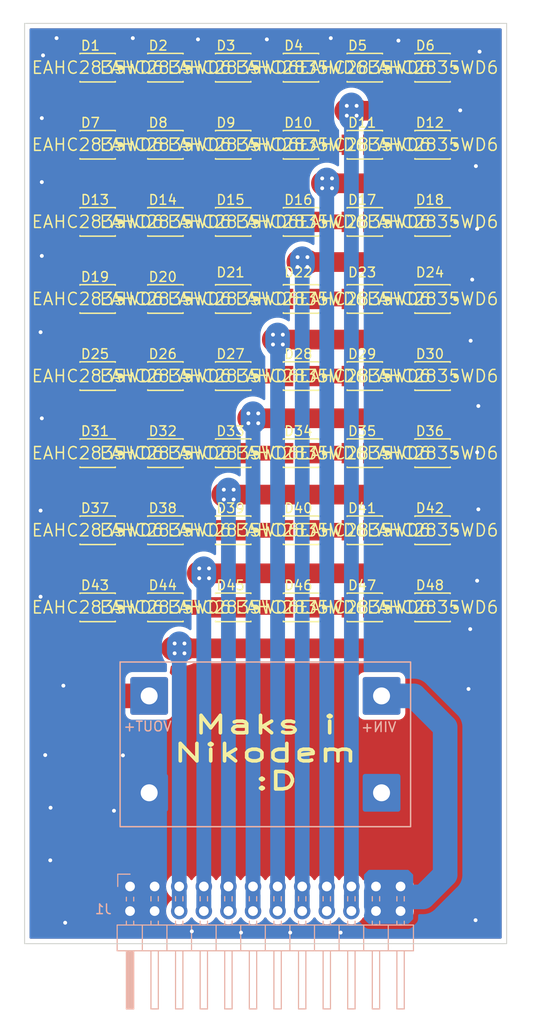
<source format=kicad_pcb>
(kicad_pcb (version 20211014) (generator pcbnew)
  (title_block (title "Płytka LED do VU ") (date "2022-06-17") (rev "1.1") (company "Maks Effects") (comment 1 "Maks i Nikodem :D"))
  (layers (0 "F.Cu" signal) (31 "B.Cu" signal) (34 "B.Paste" user) (35 "F.Paste" user) (36 "B.SilkS" user "B.Silkscreen") (37 "F.SilkS" user "F.Silkscreen") (38 "B.Mask" user) (39 "F.Mask" user) (44 "Edge.Cuts" user))
  (net 0 "")
  (net 1 "Net-(D1-Pad1)")
  (net 2 "+28V")
  (net 3 "Net-(D2-Pad1)")
  (net 4 "Net-(D3-Pad1)")
  (net 5 "Net-(D4-Pad1)")
  (net 6 "Net-(D5-Pad1)")
  (net 7 "/LED_1")
  (net 8 "Net-(D7-Pad1)")
  (net 9 "Net-(D8-Pad1)")
  (net 10 "Net-(D10-Pad2)")
  (net 11 "Net-(D10-Pad1)")
  (net 12 "Net-(D11-Pad1)")
  (net 13 "/LED_2")
  (net 14 "Net-(D13-Pad1)")
  (net 15 "Net-(D14-Pad1)")
  (net 16 "Net-(D15-Pad1)")
  (net 17 "Net-(D16-Pad1)")
  (net 18 "Net-(D17-Pad1)")
  (net 19 "/LED_3")
  (net 20 "Net-(D19-Pad1)")
  (net 21 "Net-(D20-Pad1)")
  (net 22 "Net-(D21-Pad1)")
  (net 23 "Net-(D22-Pad1)")
  (net 24 "Net-(D23-Pad1)")
  (net 25 "/LED_4")
  (net 26 "Net-(D25-Pad1)")
  (net 27 "Net-(D26-Pad1)")
  (net 28 "Net-(D27-Pad1)")
  (net 29 "Net-(D28-Pad1)")
  (net 30 "Net-(D29-Pad1)")
  (net 31 "/LED_5")
  (net 32 "Net-(D31-Pad1)")
  (net 33 "Net-(D32-Pad1)")
  (net 34 "Net-(D33-Pad1)")
  (net 35 "Net-(D34-Pad1)")
  (net 36 "Net-(D35-Pad1)")
  (net 37 "/LED_6")
  (net 38 "Net-(D37-Pad1)")
  (net 39 "Net-(D38-Pad1)")
  (net 40 "Net-(D39-Pad1)")
  (net 41 "Net-(D40-Pad1)")
  (net 42 "Net-(D41-Pad1)")
  (net 43 "/LED_7")
  (net 44 "Net-(D43-Pad1)")
  (net 45 "Net-(D44-Pad1)")
  (net 46 "Net-(D45-Pad1)")
  (net 47 "Net-(D46-Pad1)")
  (net 48 "Net-(D47-Pad1)")
  (net 49 "/LED_8")
  (net 50 "GND")
  (net 51 "+12V")
  (footprint "Diode_Everlight_EAHC2835WD6:Everlight-EAHC2835WD6-MFG" (layer "F.Cu") (at 170.1512 74.337142)
    (fp_text reference "D18")
    (fp_text value "EAHC2835WD6")
  )
  (footprint "Diode_Everlight_EAHC2835WD6:Everlight-EAHC2835WD6-MFG" (layer "F.Cu") (at 142.5606 74.337142)
    (fp_text reference "D14")
    (fp_text value "EAHC2835WD6")
  )
  (footprint "Diode_Everlight_EAHC2835WD6:Everlight-EAHC2835WD6-MFG" (layer "F.Cu") (at 156.5606 66.378571)
    (fp_text reference "D10")
    (fp_text value "EAHC2835WD6")
  )
  (footprint "Diode_Everlight_EAHC2835WD6:Everlight-EAHC2835WD6-MFG" (layer "F.Cu") (at 170.1512 114.13)
    (fp_text reference "D48")
    (fp_text value "EAHC2835WD6")
  )
  (footprint "Diode_Everlight_EAHC2835WD6:Everlight-EAHC2835WD6-MFG" (layer "F.Cu") (at 163.1512 58.42)
    (fp_text reference "D5")
    (fp_text value "EAHC2835WD6")
  )
  (footprint "Diode_Everlight_EAHC2835WD6:Everlight-EAHC2835WD6-MFG" (layer "F.Cu") (at 149.5606 98.212855)
    (fp_text reference "D33")
    (fp_text value "EAHC2835WD6")
  )
  (footprint "Diode_Everlight_EAHC2835WD6:Everlight-EAHC2835WD6-MFG" (layer "F.Cu") (at 170.1512 106.171426)
    (fp_text reference "D42")
    (fp_text value "EAHC2835WD6")
  )
  (footprint "Diode_Everlight_EAHC2835WD6:Everlight-EAHC2835WD6-MFG" (layer "F.Cu") (at 156.5606 58.42)
    (fp_text reference "D4")
    (fp_text value "EAHC2835WD6")
  )
  (footprint "Diode_Everlight_EAHC2835WD6:Everlight-EAHC2835WD6-MFG" (layer "F.Cu") (at 135.5606 66.378571)
    (fp_text reference "D7")
    (fp_text value "EAHC2835WD6")
  )
  (footprint "Diode_Everlight_EAHC2835WD6:Everlight-EAHC2835WD6-MFG" (layer "F.Cu") (at 170.1512 82.295713)
    (fp_text reference "D24")
    (fp_text value "EAHC2835WD6")
  )
  (footprint "Diode_Everlight_EAHC2835WD6:Everlight-EAHC2835WD6-MFG" (layer "F.Cu") (at 170.1512 90.254284)
    (fp_text reference "D30")
    (fp_text value "EAHC2835WD6")
  )
  (footprint "Diode_Everlight_EAHC2835WD6:Everlight-EAHC2835WD6-MFG" (layer "F.Cu") (at 142.5606 66.378571)
    (fp_text reference "D8")
    (fp_text value "EAHC2835WD6")
  )
  (footprint "Diode_Everlight_EAHC2835WD6:Everlight-EAHC2835WD6-MFG" (layer "F.Cu") (at 156.5606 114.13)
    (fp_text reference "D46")
    (fp_text value "EAHC2835WD6")
  )
  (footprint "Diode_Everlight_EAHC2835WD6:Everlight-EAHC2835WD6-MFG" (layer "F.Cu") (at 149.5606 90.254284)
    (fp_text reference "D27")
    (fp_text value "EAHC2835WD6")
  )
  (footprint "Diode_Everlight_EAHC2835WD6:Everlight-EAHC2835WD6-MFG" (layer "F.Cu") (at 163.1512 90.254284)
    (fp_text reference "D29")
    (fp_text value "EAHC2835WD6")
  )
  (footprint "Diode_Everlight_EAHC2835WD6:Everlight-EAHC2835WD6-MFG" (layer "F.Cu") (at 135.5606 114.13)
    (fp_text reference "D43")
    (fp_text value "EAHC2835WD6")
  )
  (footprint "Diode_Everlight_EAHC2835WD6:Everlight-EAHC2835WD6-MFG" (layer "F.Cu") (at 149.5606 82.295713)
    (fp_text reference "D21")
    (fp_text value "EAHC2835WD6")
  )
  (footprint "Diode_Everlight_EAHC2835WD6:Everlight-EAHC2835WD6-MFG" (layer "F.Cu") (at 142.5606 98.212855)
    (fp_text reference "D32")
    (fp_text value "EAHC2835WD6")
  )
  (footprint "Diode_Everlight_EAHC2835WD6:Everlight-EAHC2835WD6-MFG" (layer "F.Cu") (at 135.5606 82.295713)
    (fp_text reference "D19")
    (fp_text value "EAHC2835WD6")
  )
  (footprint "Diode_Everlight_EAHC2835WD6:Everlight-EAHC2835WD6-MFG" (layer "F.Cu") (at 149.5606 66.378571)
    (fp_text reference "D9")
    (fp_text value "EAHC2835WD6")
  )
  (footprint "Diode_Everlight_EAHC2835WD6:Everlight-EAHC2835WD6-MFG" (layer "F.Cu") (at 149.5606 114.13)
    (fp_text reference "D45")
    (fp_text value "EAHC2835WD6")
  )
  (footprint "Diode_Everlight_EAHC2835WD6:Everlight-EAHC2835WD6-MFG" (layer "F.Cu") (at 156.5606 74.337142)
    (fp_text reference "D16")
    (fp_text value "EAHC2835WD6")
  )
  (footprint "Diode_Everlight_EAHC2835WD6:Everlight-EAHC2835WD6-MFG" (layer "F.Cu") (at 142.5606 58.42)
    (fp_text reference "D2")
    (fp_text value "EAHC2835WD6")
  )
  (footprint "Diode_Everlight_EAHC2835WD6:Everlight-EAHC2835WD6-MFG" (layer "F.Cu") (at 163.1512 106.171426)
    (fp_text reference "D41")
    (fp_text value "EAHC2835WD6")
  )
  (footprint "Diode_Everlight_EAHC2835WD6:Everlight-EAHC2835WD6-MFG" (layer "F.Cu") (at 135.5606 98.212855)
    (fp_text reference "D31")
    (fp_text value "EAHC2835WD6")
  )
  (footprint "Diode_Everlight_EAHC2835WD6:Everlight-EAHC2835WD6-MFG" (layer "F.Cu") (at 142.5606 106.171426)
    (fp_text reference "D38")
    (fp_text value "EAHC2835WD6")
  )
  (footprint "Diode_Everlight_EAHC2835WD6:Everlight-EAHC2835WD6-MFG" (layer "F.Cu") (at 142.5606 114.13)
    (fp_text reference "D44")
    (fp_text value "EAHC2835WD6")
  )
  (footprint "Diode_Everlight_EAHC2835WD6:Everlight-EAHC2835WD6-MFG" (layer "F.Cu") (at 142.5606 90.254284)
    (fp_text reference "D26")
    (fp_text value "EAHC2835WD6")
  )
  (footprint "Diode_Everlight_EAHC2835WD6:Everlight-EAHC2835WD6-MFG" (layer "F.Cu") (at 135.5606 90.254284)
    (fp_text reference "D25")
    (fp_text value "EAHC2835WD6")
  )
  (footprint "Diode_Everlight_EAHC2835WD6:Everlight-EAHC2835WD6-MFG" (layer "F.Cu") (at 156.5606 82.295713)
    (fp_text reference "D22")
    (fp_text value "EAHC2835WD6")
  )
  (footprint "Diode_Everlight_EAHC2835WD6:Everlight-EAHC2835WD6-MFG" (layer "F.Cu") (at 149.5606 106.171426)
    (fp_text reference "D39")
    (fp_text value "EAHC2835WD6")
  )
  (footprint "Diode_Everlight_EAHC2835WD6:Everlight-EAHC2835WD6-MFG" (layer "F.Cu") (at 156.5606 98.212855)
    (fp_text reference "D34")
    (fp_text value "EAHC2835WD6")
  )
  (footprint "Diode_Everlight_EAHC2835WD6:Everlight-EAHC2835WD6-MFG" (layer "F.Cu") (at 163.1512 66.378571)
    (fp_text reference "D11")
    (fp_text value "EAHC2835WD6")
  )
  (footprint "Diode_Everlight_EAHC2835WD6:Everlight-EAHC2835WD6-MFG" (layer "F.Cu") (at 156.5606 106.171426)
    (fp_text reference "D40")
    (fp_text value "EAHC2835WD6")
  )
  (footprint "Diode_Everlight_EAHC2835WD6:Everlight-EAHC2835WD6-MFG" (layer "F.Cu") (at 163.1512 114.13)
    (fp_text reference "D47")
    (fp_text value "EAHC2835WD6")
  )
  (footprint "Diode_Everlight_EAHC2835WD6:Everlight-EAHC2835WD6-MFG" (layer "F.Cu") (at 135.5606 58.42)
    (fp_text reference "D1")
    (fp_text value "EAHC2835WD6")
  )
  (footprint "Diode_Everlight_EAHC2835WD6:Everlight-EAHC2835WD6-MFG" (layer "F.Cu") (at 142.5606 82.295713)
    (fp_text reference "D20")
    (fp_text value "EAHC2835WD6")
  )
  (footprint "Diode_Everlight_EAHC2835WD6:Everlight-EAHC2835WD6-MFG" (layer "F.Cu") (at 156.5606 90.254284)
    (fp_text reference "D28")
    (fp_text value "EAHC2835WD6")
  )
  (footprint "Diode_Everlight_EAHC2835WD6:Everlight-EAHC2835WD6-MFG" (layer "F.Cu") (at 163.1512 74.337142)
    (fp_text reference "D17")
    (fp_text value "EAHC2835WD6")
  )
  (footprint "Diode_Everlight_EAHC2835WD6:Everlight-EAHC2835WD6-MFG" (layer "F.Cu") (at 163.1512 82.295713)
    (fp_text reference "D23")
    (fp_text value "EAHC2835WD6")
  )
  (footprint "Diode_Everlight_EAHC2835WD6:Everlight-EAHC2835WD6-MFG" (layer "F.Cu") (at 149.5606 58.42)
    (fp_text reference "D3")
    (fp_text value "EAHC2835WD6")
  )
  (footprint "Diode_Everlight_EAHC2835WD6:Everlight-EAHC2835WD6-MFG" (layer "F.Cu") (at 135.5606 106.171426)
    (fp_text reference "D37")
    (fp_text value "EAHC2835WD6")
  )
  (footprint "Diode_Everlight_EAHC2835WD6:Everlight-EAHC2835WD6-MFG" (layer "F.Cu") (at 170.1512 66.378571)
    (fp_text reference "D12")
    (fp_text value "EAHC2835WD6")
  )
  (footprint "Diode_Everlight_EAHC2835WD6:Everlight-EAHC2835WD6-MFG" (layer "F.Cu") (at 170.1512 98.212855)
    (fp_text reference "D36")
    (fp_text value "EAHC2835WD6")
  )
  (footprint "Diode_Everlight_EAHC2835WD6:Everlight-EAHC2835WD6-MFG" (layer "F.Cu") (at 135.5606 74.337142)
    (fp_text reference "D13")
    (fp_text value "EAHC2835WD6")
  )
  (footprint "Diode_Everlight_EAHC2835WD6:Everlight-EAHC2835WD6-MFG" (layer "F.Cu") (at 170.1512 58.42)
    (fp_text reference "D6")
    (fp_text value "EAHC2835WD6")
  )
  (footprint "Diode_Everlight_EAHC2835WD6:Everlight-EAHC2835WD6-MFG" (layer "F.Cu") (at 149.5606 74.337142)
    (fp_text reference "D15")
    (fp_text value "EAHC2835WD6")
  )
  (footprint "Diode_Everlight_EAHC2835WD6:Everlight-EAHC2835WD6-MFG" (layer "F.Cu") (at 163.1512 98.212855)
    (fp_text reference "D35")
    (fp_text value "EAHC2835WD6")
  )
  (footprint "" (layer "B.Cu") (at 140.8812 123.27)
    (fp_text reference "")
    (fp_text value "")
  )
  (footprint "Connector_PinHeader_2.54mm:PinHeader_2x12_P2.54mm_Horizontal" (layer "B.Cu") (at 138.9062 142.94 -90)
    (fp_text reference "J1")
    (fp_text value "Conn_02x12_Odd_Even")
  )
  (footprint "" (layer "B.Cu") (at 164.8812 133.27)
    (fp_text reference "")
    (fp_text value "")
  )
  (footprint "" (layer "B.Cu") (at 140.8812 133.27)
    (fp_text reference "")
    (fp_text value "")
  )
  (footprint "Connector_Wire:SolderWire-1sqmm_1x01_D1.4mm_OD3.9mm" (layer "B.Cu") (at 164.8812 123.27)
    (fp_text reference "VOUT+")
    (fp_text value "SolderWire-1sqmm_1x01_D1.4mm_OD3.9mm")
  )
  (gr_rect (start 137.8812 119.77) (end 167.8812 136.77) (layer "B.SilkS") (width 0.15) (fill none))
  (gr_rect (start 128.016 53.848) (end 177.8 148.844) (layer "Edge.Cuts") (width 0.1) (fill none))
  (gr_text "VIN+" (at 164.592 126.492) (layer "B.SilkS") (effects (font (size 1 1)) (justify mirror)))
  (gr_text "Maks i\nNikodem\n :D" (at 152.8826 129.159) (layer "F.SilkS") (effects (font (size 1.8 3) (thickness 0.375))))
  (segment (start 136.6878 58.42) (end 140.97 58.42) (width 1.524) (layer "F.Cu") (net 1))
  (segment (start 132.715 118.364) (end 132.715 58.674) (width 2.54) (layer "F.Cu") (net 2))
  (segment (start 140.8812 123.27) (end 137.621 123.27) (width 2.54) (layer "F.Cu") (net 2))
  (segment (start 137.621 123.27) (end 132.715 118.364) (width 2.54) (layer "F.Cu") (net 2))
  (segment (start 132.715 58.674) (end 132.969 58.42) (width 2.54) (layer "F.Cu") (net 2))
  (segment (start 143.6878 58.42) (end 147.97 58.42) (width 1.524) (layer "F.Cu") (net 3))
  (segment (start 150.6878 58.42) (end 154.97 58.42) (width 1.524) (layer "F.Cu") (net 4))
  (segment (start 157.6878 58.42) (end 161.5606 58.42) (width 1.524) (layer "F.Cu") (net 5))
  (segment (start 164.2784 58.42) (end 168.5606 58.42) (width 1.524) (layer "F.Cu") (net 6))
  (segment (start 169.799 62.357) (end 169.291 62.865) (width 2.032) (layer "F.Cu") (net 7))
  (segment (start 161.29 62.865) (end 162.306 62.865) (width 2.54) (layer "F.Cu") (net 7))
  (segment (start 171.2784 60.8776) (end 169.799 62.357) (width 2.032) (layer "F.Cu") (net 7))
  (segment (start 171.2784 58.42) (end 171.2784 60.8776) (width 2.032) (layer "F.Cu") (net 7))
  (segment (start 169.291 62.865) (end 161.29 62.865) (width 2.032) (layer "F.Cu") (net 7))
  (via (at 161.29 63.373) (size 0.6) (drill 0.4) (layers "F.Cu" "B.Cu") (net 7))
  (via (at 162.306 62.357) (size 0.6) (drill 0.4) (layers "F.Cu" "B.Cu") (net 7))
  (via (at 162.306 63.373) (size 0.6) (drill 0.4) (layers "F.Cu" "B.Cu") (net 7))
  (via (at 161.29 62.357) (size 0.6) (drill 0.4) (layers "F.Cu" "B.Cu") (net 7))
  (segment (start 161.7662 145.48) (end 161.7662 62.2618) (width 1.524) (layer "B.Cu") (net 7))
  (segment (start 161.7662 62.2618) (end 161.7662 63.5952) (width 2.54) (layer "B.Cu") (net 7))
  (segment (start 136.6878 66.378571) (end 140.97 66.378571) (width 1.524) (layer "F.Cu") (net 8))
  (segment (start 143.6878 66.378571) (end 147.97 66.378571) (width 1.524) (layer "F.Cu") (net 9))
  (segment (start 150.6878 66.378571) (end 154.97 66.378571) (width 1.524) (layer "F.Cu") (net 10))
  (segment (start 157.6878 66.378571) (end 161.5606 66.378571) (width 1.524) (layer "F.Cu") (net 11))
  (segment (start 164.2784 66.378571) (end 168.5606 66.378571) (width 1.524) (layer "F.Cu") (net 12))
  (segment (start 171.2784 66.378571) (end 171.2784 68.7516) (width 2.032) (layer "F.Cu") (net 13))
  (segment (start 170.18 69.85) (end 169.672 70.358) (width 2.032) (layer "F.Cu") (net 13))
  (segment (start 169.672 70.358) (end 158.877 70.358) (width 2.032) (layer "F.Cu") (net 13))
  (segment (start 158.877 70.358) (end 159.639 70.358) (width 2.54) (layer "F.Cu") (net 13))
  (segment (start 171.2784 68.7516) (end 170.18 69.85) (width 2.032) (layer "F.Cu") (net 13))
  (via (at 158.75 70.866) (size 0.6) (drill 0.4) (layers "F.Cu" "B.Cu") (net 13))
  (via (at 158.75 69.85) (size 0.6) (drill 0.4) (layers "F.Cu" "B.Cu") (net 13))
  (via (at 159.766 69.85) (size 0.6) (drill 0.4) (layers "F.Cu" "B.Cu") (net 13))
  (via (at 159.766 70.866) (size 0.6) (drill 0.4) (layers "F.Cu" "B.Cu") (net 13))
  (segment (start 159.2262 145.48) (end 159.2262 70.0088) (width 1.524) (layer "B.Cu") (net 13))
  (segment (start 159.2262 70.0088) (end 159.2262 70.7072) (width 2.54) (layer "B.Cu") (net 13))
  (segment (start 136.6878 74.337142) (end 140.97 74.337142) (width 1.524) (layer "F.Cu") (net 14))
  (segment (start 143.6878 74.337142) (end 147.97 74.337142) (width 1.524) (layer "F.Cu") (net 15))
  (segment (start 150.6878 74.337142) (end 154.97 74.337142) (width 1.524) (layer "F.Cu") (net 16))
  (segment (start 157.6878 74.337142) (end 161.5606 74.337142) (width 1.524) (layer "F.Cu") (net 17))
  (segment (start 164.2784 74.337142) (end 168.5606 74.337142) (width 1.524) (layer "F.Cu") (net 18))
  (segment (start 156.337 78.486) (end 157.226 78.486) (width 2.54) (layer "F.Cu") (net 19))
  (segment (start 169.799 78.486) (end 156.337 78.486) (width 2.032) (layer "F.Cu") (net 19))
  (segment (start 170.307 77.978) (end 169.799 78.486) (width 2.032) (layer "F.Cu") (net 19))
  (segment (start 171.2784 74.337142) (end 171.2784 77.0066) (width 2.032) (layer "F.Cu") (net 19))
  (segment (start 171.2784 77.0066) (end 170.307 77.978) (width 2.032) (layer "F.Cu") (net 19))
  (via (at 156.21 78.994) (size 0.6) (drill 0.4) (layers "F.Cu" "B.Cu") (net 19))
  (via (at 157.226 78.994) (size 0.6) (drill 0.4) (layers "F.Cu" "B.Cu") (net 19))
  (via (at 156.21 77.978) (size 0.6) (drill 0.4) (layers "F.Cu" "B.Cu") (net 19))
  (via (at 157.226 77.978) (size 0.6) (drill 0.4) (layers "F.Cu" "B.Cu") (net 19))
  (segment (start 156.718 78.1686) (end 156.718 78.867) (width 2.54) (layer "B.Cu") (net 19))
  (segment (start 156.6862 145.48) (end 156.6862 78.1368) (width 1.524) (layer "B.Cu") (net 19))
  (segment (start 156.6862 78.1368) (end 156.718 78.1686) (width 2.54) (layer "B.Cu") (net 19))
  (segment (start 136.6878 82.295713) (end 140.97 82.295713) (width 1.524) (layer "F.Cu") (net 20))
  (segment (start 143.6878 82.295713) (end 147.97 82.295713) (width 1.524) (layer "F.Cu") (net 21))
  (segment (start 150.6878 82.295713) (end 154.97 82.295713) (width 1.524) (layer "F.Cu") (net 22))
  (segment (start 157.6878 82.295713) (end 161.5606 82.295713) (width 1.524) (layer "F.Cu") (net 23))
  (segment (start 164.2784 82.295713) (end 168.5606 82.295713) (width 1.524) (layer "F.Cu") (net 24))
  (segment (start 169.672 86.487) (end 153.797 86.487) (width 2.032) (layer "F.Cu") (net 25))
  (segment (start 171.2784 82.295713) (end 171.2784 84.8806) (width 2.032) (layer "F.Cu") (net 25))
  (segment (start 153.797 86.487) (end 154.559 86.487) (width 2.54) (layer "F.Cu") (net 25))
  (segment (start 171.2784 84.8806) (end 169.672 86.487) (width 2.032) (layer "F.Cu") (net 25))
  (via (at 153.67 85.979) (size 0.6) (drill 0.4) (layers "F.Cu" "B.Cu") (net 25))
  (via (at 154.686 85.979) (size 0.6) (drill 0.4) (layers "F.Cu" "B.Cu") (net 25))
  (via (at 154.686 86.995) (size 0.6) (drill 0.4) (layers "F.Cu" "B.Cu") (net 25))
  (via (at 153.67 86.995) (size 0.6) (drill 0.4) (layers "F.Cu" "B.Cu") (net 25))
  (segment (start 154.1462 86.0108) (end 154.1462 86.9632) (width 2.54) (layer "B.Cu") (net 25))
  (segment (start 154.1462 145.48) (end 154.1462 86.0108) (width 1.524) (layer "B.Cu") (net 25))
  (segment (start 136.6878 90.254284) (end 140.97 90.254284) (width 1.524) (layer "F.Cu") (net 26))
  (segment (start 143.6878 90.254284) (end 147.97 90.254284) (width 1.524) (layer "F.Cu") (net 27))
  (segment (start 150.6878 90.254284) (end 154.97 90.254284) (width 1.524) (layer "F.Cu") (net 28))
  (segment (start 157.6878 90.254284) (end 161.5606 90.254284) (width 1.524) (layer "F.Cu") (net 29))
  (segment (start 164.2784 90.254284) (end 168.5606 90.254284) (width 1.524) (layer "F.Cu") (net 30))
  (segment (start 151.257 94.615) (end 152.019 94.615) (width 2.54) (layer "F.Cu") (net 31))
  (segment (start 169.164 94.615) (end 151.257 94.615) (width 2.032) (layer "F.Cu") (net 31))
  (segment (start 171.2784 92.5006) (end 169.672 94.107) (width 2.032) (layer "F.Cu") (net 31))
  (segment (start 171.2784 90.254284) (end 171.2784 92.5006) (width 2.032) (layer "F.Cu") (net 31))
  (segment (start 169.672 94.107) (end 169.164 94.615) (width 2.032) (layer "F.Cu") (net 31))
  (via (at 152.146 95.123) (size 0.6) (drill 0.4) (layers "F.Cu" "B.Cu") (net 31))
  (via (at 152.146 94.107) (size 0.6) (drill 0.4) (layers "F.Cu" "B.Cu") (net 31))
  (via (at 151.13 95.123) (size 0.6) (drill 0.4) (layers "F.Cu" "B.Cu") (net 31))
  (via (at 151.13 94.107) (size 0.6) (drill 0.4) (layers "F.Cu" "B.Cu") (net 31))
  (segment (start 151.6062 94.1388) (end 151.6062 94.9642) (width 2.54) (layer "B.Cu") (net 31))
  (segment (start 151.6062 145.48) (end 151.6062 94.1388) (width 1.524) (layer "B.Cu") (net 31))
  (segment (start 136.6878 98.212855) (end 140.97 98.212855) (width 1.524) (layer "F.Cu") (net 32))
  (segment (start 143.6878 98.212855) (end 147.97 98.212855) (width 1.524) (layer "F.Cu") (net 33))
  (segment (start 150.6878 98.212855) (end 154.97 98.212855) (width 1.524) (layer "F.Cu") (net 34))
  (segment (start 157.6878 98.212855) (end 161.5606 98.212855) (width 1.524) (layer "F.Cu") (net 35))
  (segment (start 164.2784 98.212855) (end 168.5606 98.212855) (width 1.524) (layer "F.Cu") (net 36))
  (segment (start 169.926 102.362) (end 169.799 102.489) (width 2.032) (layer "F.Cu") (net 37))
  (segment (start 171.2784 101.0096) (end 169.926 102.362) (width 2.032) (layer "F.Cu") (net 37))
  (segment (start 148.59 102.489) (end 149.479 102.489) (width 2.54) (layer "F.Cu") (net 37))
  (segment (start 169.799 102.489) (end 148.59 102.489) (width 2.032) (layer "F.Cu") (net 37))
  (segment (start 171.2784 98.212855) (end 171.2784 101.0096) (width 2.032) (layer "F.Cu") (net 37))
  (via (at 149.606 101.981) (size 0.6) (drill 0.4) (layers "F.Cu" "B.Cu") (net 37))
  (via (at 148.59 101.981) (size 0.6) (drill 0.4) (layers "F.Cu" "B.Cu") (net 37))
  (via (at 149.606 102.997) (size 0.6) (drill 0.4) (layers "F.Cu" "B.Cu") (net 37))
  (via (at 148.59 102.997) (size 0.6) (drill 0.4) (layers "F.Cu" "B.Cu") (net 37))
  (segment (start 149.0662 102.0128) (end 149.0662 102.8382) (width 2.54) (layer "B.Cu") (net 37))
  (segment (start 149.0662 145.48) (end 149.0662 102.0128) (width 1.524) (layer "B.Cu") (net 37))
  (segment (start 136.6878 106.171426) (end 140.97 106.171426) (width 1.524) (layer "F.Cu") (net 38))
  (segment (start 143.6878 106.171426) (end 147.97 106.171426) (width 1.524) (layer "F.Cu") (net 39))
  (segment (start 150.6878 106.171426) (end 154.97 106.171426) (width 1.524) (layer "F.Cu") (net 40))
  (segment (start 157.6878 106.171426) (end 161.5606 106.171426) (width 1.524) (layer "F.Cu") (net 41))
  (segment (start 164.2784 106.171426) (end 168.5606 106.171426) (width 1.524) (layer "F.Cu") (net 42))
  (segment (start 170.307 109.728) (end 169.418 110.617) (width 2.032) (layer "F.Cu") (net 43))
  (segment (start 169.418 110.617) (end 146.05 110.617) (width 2.032) (layer "F.Cu") (net 43))
  (segment (start 171.2784 106.171426) (end 171.2784 108.7566) (width 2.032) (layer "F.Cu") (net 43))
  (segment (start 171.2784 108.7566) (end 170.307 109.728) (width 2.032) (layer "F.Cu") (net 43))
  (segment (start 146.05 110.617) (end 146.939 110.617) (width 2.54) (layer "F.Cu") (net 43))
  (via (at 147.066 111.125) (size 0.6) (drill 0.4) (layers "F.Cu" "B.Cu") (net 43))
  (via (at 147.066 110.109) (size 0.6) (drill 0.4) (layers "F.Cu" "B.Cu") (net 43))
  (via (at 146.05 110.109) (size 0.6) (drill 0.4) (layers "F.Cu" "B.Cu") (net 43))
  (via (at 146.05 111.125) (size 0.6) (drill 0.4) (layers "F.Cu" "B.Cu") (net 43))
  (segment (start 146.5262 110.1408) (end 146.5262 111.0932) (width 2.54) (layer "B.Cu") (net 43))
  (segment (start 146.5262 145.48) (end 146.5262 110.1408) (width 1.524) (layer "B.Cu") (net 43))
  (segment (start 136.6878 114.13) (end 140.97 114.13) (width 1.524) (layer "F.Cu") (net 44))
  (segment (start 143.6878 114.13) (end 147.97 114.13) (width 1.524) (layer "F.Cu") (net 45))
  (segment (start 150.6878 114.13) (end 154.97 114.13) (width 1.524) (layer "F.Cu") (net 46))
  (segment (start 157.6878 114.13) (end 161.5606 114.13) (width 1.524) (layer "F.Cu") (net 47))
  (segment (start 164.2784 114.13) (end 168.5606 114.13) (width 1.524) (layer "F.Cu") (net 48))
  (segment (start 143.383 118.364) (end 144.526 118.364) (width 2.54) (layer "F.Cu") (net 49))
  (segment (start 169.799 118.364) (end 143.383 118.364) (width 2.032) (layer "F.Cu") (net 49))
  (segment (start 171.2784 116.8846) (end 170.688 117.475) (width 2.032) (layer "F.Cu") (net 49))
  (segment (start 171.2784 114.13) (end 171.2784 116.8846) (width 2.032) (layer "F.Cu") (net 49))
  (segment (start 170.688 117.475) (end 169.799 118.364) (width 2.032) (layer "F.Cu") (net 49))
  (via (at 144.526 118.872) (size 0.6) (drill 0.4) (layers "F.Cu" "B.Cu") (net 49))
  (via (at 143.51 117.856) (size 0.6) (drill 0.4) (layers "F.Cu" "B.Cu") (net 49))
  (via (at 144.526 117.856) (size 0.6) (drill 0.4) (layers "F.Cu" "B.Cu") (net 49))
  (via (at 143.51 118.872) (size 0.6) (drill 0.4) (layers "F.Cu" "B.Cu") (net 49))
  (segment (start 143.9862 117.8878) (end 143.9862 118.7132) (width 2.54) (layer "B.Cu") (net 49))
  (segment (start 143.9862 145.48) (end 143.9862 117.8878) (width 1.524) (layer "B.Cu") (net 49))
  (via (at 130.667865 140.240447) (size 0.6) (drill 0.4) (layers "F.Cu" "B.Cu") (net 50))
  (via (at 174.752 111.379) (size 0.6) (drill 0.4) (layers "F.Cu" "B.Cu") (net 50))
  (via (at 166.624 55.626) (size 0.6) (drill 0.4) (layers "F.Cu" "B.Cu") (net 50))
  (via (at 173.006533 62.826469) (size 0.6) (drill 0.4) (layers "F.Cu" "B.Cu") (net 50))
  (via (at 132.207 146.685) (size 0.6) (drill 0.4) (layers "F.Cu" "B.Cu") (net 50))
  (via (at 173.863 122.555) (size 0.6) (drill 0.4) (layers "F.Cu" "B.Cu") (net 50))
  (via (at 155.448 147.701) (size 0.6) (drill 0.4) (layers "F.Cu" "B.Cu") (net 50))
  (via (at 137.24704 135.124562) (size 0.6) (drill 0.4) (layers "F.Cu" "B.Cu") (net 50))
  (via (at 174.879 93.345) (size 0.6) (drill 0.4) (layers "F.Cu" "B.Cu") (net 50))
  (via (at 130.145881 129.376784) (size 0.6) (drill 0.4) (layers "F.Cu" "B.Cu") (net 50))
  (via (at 139.192 55.372) (size 0.6) (drill 0.4) (layers "F.Cu" "B.Cu") (net 50))
  (via (at 129.794 77.851) (size 0.6) (drill 0.4) (layers "F.Cu" "B.Cu") (net 50))
  (via (at 174.589964 146.421103) (size 0.6) (drill 0.4) (layers "F.Cu" "B.Cu") (net 50))
  (via (at 129.667 85.725) (size 0.6) (drill 0.4) (layers "F.Cu" "B.Cu") (net 50))
  (via (at 174.244967 80.296013) (size 0.6) (drill 0.4) (layers "F.Cu" "B.Cu") (net 50))
  (via (at 174.625 68.58) (size 0.6) (drill 0.4) (layers "F.Cu" "B.Cu") (net 50))
  (via (at 129.667 104.14) (size 0.6) (drill 0.4) (layers "F.Cu" "B.Cu") (net 50))
  (via (at 131.318 55.372) (size 0.6) (drill 0.4) (layers "F.Cu" "B.Cu") (net 50))
  (via (at 129.667 113.03) (size 0.6) (drill 0.4) (layers "F.Cu" "B.Cu") (net 50))
  (via (at 132.020593 122.213182) (size 0.6) (drill 0.4) (layers "F.Cu" "B.Cu") (net 50))
  (via (at 174.879 104.013) (size 0.6) (drill 0.4) (layers "F.Cu" "B.Cu") (net 50))
  (via (at 160.655 147.701) (size 0.6) (drill 0.4) (layers "F.Cu" "B.Cu") (net 50))
  (via (at 175.006 56.769) (size 0.6) (drill 0.4) (layers "F.Cu" "B.Cu") (net 50))
  (via (at 129.794 63.627) (size 0.6) (drill 0.4) (layers "F.Cu" "B.Cu") (net 50))
  (via (at 145.923 55.499) (size 0.6) (drill 0.4) (layers "F.Cu" "B.Cu") (net 50))
  (via (at 129.921 57.15) (size 0.6) (drill 0.4) (layers "F.Cu" "B.Cu") (net 50))
  (via (at 129.794 94.615) (size 0.6) (drill 0.4) (layers "F.Cu" "B.Cu") (net 50))
  (via (at 153.035 55.499) (size 0.6) (drill 0.4) (layers "F.Cu" "B.Cu") (net 50))
  (via (at 174.756906 98.12525) (size 0.6) (drill 0.4) (layers "F.Cu" "B.Cu") (net 50))
  (via (at 174.038335 116.374399) (size 0.6) (drill 0.4) (layers "F.Cu" "B.Cu") (net 50))
  (via (at 150.368 147.701) (size 0.6) (drill 0.4) (layers "F.Cu" "B.Cu") (net 50))
  (via (at 174.083397 86.608221) (size 0.6) (drill 0.4) (layers "F.Cu" "B.Cu") (net 50))
  (via (at 145.288 147.574) (size 0.6) (drill 0.4) (layers "F.Cu" "B.Cu") (net 50))
  (via (at 130.698444 134.8126) (size 0.6) (drill 0.4) (layers "F.Cu" "B.Cu") (net 50))
  (via (at 138.171032 129.407131) (size 0.6) (drill 0.4) (layers "F.Cu" "B.Cu") (net 50))
  (via (at 174.752 75.057) (size 0.6) (drill 0.4) (layers "F.Cu" "B.Cu") (net 50))
  (via (at 159.639 55.372) (size 0.6) (drill 0.4) (layers "F.Cu" "B.Cu") (net 50))
  (via (at 129.794 70.231) (size 0.6) (drill 0.4) (layers "F.Cu" "B.Cu") (net 50))
  (segment (start 171.45 126.492) (end 171.45 141.732) (width 2.54) (layer "B.Cu") (net 51))
  (segment (start 171.45 141.732) (end 169.164 144.018) (width 2.54) (layer "B.Cu") (net 51))
  (segment (start 168.228 123.27) (end 171.45 126.492) (width 2.54) (layer "B.Cu") (net 51))
  (segment (start 169.164 144.018) (end 166.878 144.018) (width 2.54) (layer "B.Cu") (net 51))
  (segment (start 164.8812 123.27) (end 168.228 123.27) (width 2.54) (layer "B.Cu") (net 51))
  (zone (net 27) (net_name "Net-(D26-Pad1)") (layer "F.Cu") (priority 16962) (connect_pads yes (clearance 0)) (min_thickness 0.0254) (fill yes (thermal_gap 0.508) (thermal_bridge_width 0.508))
    (polygon (pts (xy 145.7778 89.492284) (xy 145.545207 89.493301) (xy 145.337758 89.495088) (xy 145.151805 89.495747) (xy 144.983699 89.493378) (xy 144.829789 89.486084) (xy 144.686428 89.471966) (xy 144.549966 89.449125) (xy 144.416753 89.415663) (xy 144.283142 89.369682) (xy 144.145484 89.309284) (xy 143.1628 90.254284) (xy 144.145484 91.199284) (xy 144.283142 91.138885) (xy 144.416753 91.092904) (xy 144.549966 91.059442) (xy 144.686428 91.036601) (xy 144.829789 91.022483) (xy 144.983699 91.015189) (xy 145.151805 91.01282) (xy 145.337758 91.013479) (xy 145.545207 91.015266) (xy 145.7778 91.016284)))
  )
  (zone (net 5) (net_name "Net-(D4-Pad1)") (layer "F.Cu") (priority 16962) (connect_pads yes (clearance 0)) (min_thickness 0.0254) (fill yes (thermal_gap 0.508) (thermal_bridge_width 0.508))
    (polygon (pts (xy 159.7778 57.658) (xy 159.545207 57.659017) (xy 159.337758 57.660804) (xy 159.151805 57.661463) (xy 158.983699 57.659094) (xy 158.829789 57.6518) (xy 158.686428 57.637682) (xy 158.549966 57.614841) (xy 158.416753 57.581379) (xy 158.283142 57.535398) (xy 158.145484 57.475) (xy 157.1628 58.42) (xy 158.145484 59.365) (xy 158.283142 59.304601) (xy 158.416753 59.25862) (xy 158.549966 59.225158) (xy 158.686428 59.202317) (xy 158.829789 59.188199) (xy 158.983699 59.180905) (xy 159.151805 59.178536) (xy 159.337758 59.179195) (xy 159.545207 59.180982) (xy 159.7778 59.182)))
  )
  (zone (net 34) (net_name "Net-(D33-Pad1)") (layer "F.Cu") (priority 16962) (connect_pads yes (clearance 0)) (min_thickness 0.0254) (fill yes (thermal_gap 0.508) (thermal_bridge_width 0.508))
    (polygon (pts (xy 152.7778 97.450855) (xy 152.545207 97.451872) (xy 152.337758 97.453659) (xy 152.151805 97.454318) (xy 151.983699 97.451949) (xy 151.829789 97.444655) (xy 151.686428 97.430537) (xy 151.549966 97.407696) (xy 151.416753 97.374234) (xy 151.283142 97.328253) (xy 151.145484 97.267855) (xy 150.1628 98.212855) (xy 151.145484 99.157855) (xy 151.283142 99.097456) (xy 151.416753 99.051475) (xy 151.549966 99.018013) (xy 151.686428 98.995172) (xy 151.829789 98.981054) (xy 151.983699 98.97376) (xy 152.151805 98.971391) (xy 152.337758 98.97205) (xy 152.545207 98.973837) (xy 152.7778 98.974855)))
  )
  (zone (net 0) (net_name "") (layer "F.Cu") (connect_pads (clearance 0)) (min_thickness 0.254)
    (keepout (tracks allowed) (vias allowed) (pads allowed) (copperpour not_allowed) (footprints allowed))
    (fill (thermal_gap 0.508) (thermal_bridge_width 0.508))
    (polygon (pts (xy 170.053 113.411) (xy 168.656 113.538) (xy 169.291 62.865) (xy 170.434 62.738)))
  )
  (zone (net 46) (net_name "Net-(D45-Pad1)") (layer "F.Cu") (priority 16962) (connect_pads yes (clearance 0)) (min_thickness 0.0254) (fill yes (thermal_gap 0.508) (thermal_bridge_width 0.508))
    (polygon (pts (xy 152.7778 113.368) (xy 152.545207 113.369017) (xy 152.337758 113.370804) (xy 152.151805 113.371463) (xy 151.983699 113.369094) (xy 151.829789 113.3618) (xy 151.686428 113.347682) (xy 151.549966 113.324841) (xy 151.416753 113.291379) (xy 151.283142 113.245398) (xy 151.145484 113.185) (xy 150.1628 114.13) (xy 151.145484 115.075) (xy 151.283142 115.014601) (xy 151.416753 114.96862) (xy 151.549966 114.935158) (xy 151.686428 114.912317) (xy 151.829789 114.898199) (xy 151.983699 114.890905) (xy 152.151805 114.888536) (xy 152.337758 114.889195) (xy 152.545207 114.890982) (xy 152.7778 114.892)))
  )
  (zone (net 28) (net_name "Net-(D27-Pad1)") (layer "F.Cu") (priority 16962) (connect_pads yes (clearance 0)) (min_thickness 0.0254) (fill yes (thermal_gap 0.508) (thermal_bridge_width 0.508))
    (polygon (pts (xy 152.7778 89.492284) (xy 152.545207 89.493301) (xy 152.337758 89.495088) (xy 152.151805 89.495747) (xy 151.983699 89.493378) (xy 151.829789 89.486084) (xy 151.686428 89.471966) (xy 151.549966 89.449125) (xy 151.416753 89.415663) (xy 151.283142 89.369682) (xy 151.145484 89.309284) (xy 150.1628 90.254284) (xy 151.145484 91.199284) (xy 151.283142 91.138885) (xy 151.416753 91.092904) (xy 151.549966 91.059442) (xy 151.686428 91.036601) (xy 151.829789 91.022483) (xy 151.983699 91.015189) (xy 152.151805 91.01282) (xy 152.337758 91.013479) (xy 152.545207 91.015266) (xy 152.7778 91.016284)))
  )
  (zone (net 3) (net_name "Net-(D2-Pad1)") (layer "F.Cu") (priority 16962) (connect_pads yes (clearance 0)) (min_thickness 0.0254) (fill yes (thermal_gap 0.508) (thermal_bridge_width 0.508))
    (polygon (pts (xy 145.7778 57.658) (xy 145.545207 57.659017) (xy 145.337758 57.660804) (xy 145.151805 57.661463) (xy 144.983699 57.659094) (xy 144.829789 57.6518) (xy 144.686428 57.637682) (xy 144.549966 57.614841) (xy 144.416753 57.581379) (xy 144.283142 57.535398) (xy 144.145484 57.475) (xy 143.1628 58.42) (xy 144.145484 59.365) (xy 144.283142 59.304601) (xy 144.416753 59.25862) (xy 144.549966 59.225158) (xy 144.686428 59.202317) (xy 144.829789 59.188199) (xy 144.983699 59.180905) (xy 145.151805 59.178536) (xy 145.337758 59.179195) (xy 145.545207 59.180982) (xy 145.7778 59.182)))
  )
  (zone (net 50) (net_name "GND") (layers F&B.Cu) (connect_pads yes (clearance 0.508)) (min_thickness 0.254) (fill yes (thermal_gap 0.508) (thermal_bridge_width 0.508))
    (polygon (pts (xy 180.467 152.527) (xy 125.476 151.511) (xy 125.476 51.562) (xy 180.848 51.435)))
  )
  (zone (net 40) (net_name "Net-(D39-Pad1)") (layer "F.Cu") (priority 16962) (connect_pads yes (clearance 0)) (min_thickness 0.0254) (fill yes (thermal_gap 0.508) (thermal_bridge_width 0.508))
    (polygon (pts (xy 152.7778 105.409426) (xy 152.545207 105.410443) (xy 152.337758 105.41223) (xy 152.151805 105.412889) (xy 151.983699 105.41052) (xy 151.829789 105.403226) (xy 151.686428 105.389108) (xy 151.549966 105.366267) (xy 151.416753 105.332805) (xy 151.283142 105.286824) (xy 151.145484 105.226426) (xy 150.1628 106.171426) (xy 151.145484 107.116426) (xy 151.283142 107.056027) (xy 151.416753 107.010046) (xy 151.549966 106.976584) (xy 151.686428 106.953743) (xy 151.829789 106.939625) (xy 151.983699 106.932331) (xy 152.151805 106.929962) (xy 152.337758 106.930621) (xy 152.545207 106.932408) (xy 152.7778 106.933426)))
  )
  (zone (net 48) (net_name "Net-(D47-Pad1)") (layer "F.Cu") (priority 16962) (connect_pads yes (clearance 0)) (min_thickness 0.0254) (fill yes (thermal_gap 0.508) (thermal_bridge_width 0.508))
    (polygon (pts (xy 166.3684 113.368) (xy 166.135807 113.369017) (xy 165.928358 113.370804) (xy 165.742405 113.371463) (xy 165.574299 113.369094) (xy 165.420389 113.3618) (xy 165.277028 113.347682) (xy 165.140566 113.324841) (xy 165.007353 113.291379) (xy 164.873742 113.245398) (xy 164.736084 113.185) (xy 163.7534 114.13) (xy 164.736084 115.075) (xy 164.873742 115.014601) (xy 165.007353 114.96862) (xy 165.140566 114.935158) (xy 165.277028 114.912317) (xy 165.420389 114.898199) (xy 165.574299 114.890905) (xy 165.742405 114.888536) (xy 165.928358 114.889195) (xy 166.135807 114.890982) (xy 166.3684 114.892)))
  )
  (zone (net 40) (net_name "Net-(D39-Pad1)") (layer "F.Cu") (priority 16962) (connect_pads yes (clearance 0)) (min_thickness 0.0254) (fill yes (thermal_gap 0.508) (thermal_bridge_width 0.508))
    (polygon (pts (xy 152.7778 105.409426) (xy 152.545207 105.410443) (xy 152.337758 105.41223) (xy 152.151805 105.412889) (xy 151.983699 105.41052) (xy 151.829789 105.403226) (xy 151.686428 105.389108) (xy 151.549966 105.366267) (xy 151.416753 105.332805) (xy 151.283142 105.286824) (xy 151.145484 105.226426) (xy 150.1628 106.171426) (xy 151.145484 107.116426) (xy 151.283142 107.056027) (xy 151.416753 107.010046) (xy 151.549966 106.976584) (xy 151.686428 106.953743) (xy 151.829789 106.939625) (xy 151.983699 106.932331) (xy 152.151805 106.929962) (xy 152.337758 106.930621) (xy 152.545207 106.932408) (xy 152.7778 106.933426)))
  )
  (zone (net 47) (net_name "Net-(D46-Pad1)") (layer "F.Cu") (priority 16962) (connect_pads yes (clearance 0)) (min_thickness 0.0254) (fill yes (thermal_gap 0.508) (thermal_bridge_width 0.508))
    (polygon (pts (xy 159.7778 113.368) (xy 159.545207 113.369017) (xy 159.337758 113.370804) (xy 159.151805 113.371463) (xy 158.983699 113.369094) (xy 158.829789 113.3618) (xy 158.686428 113.347682) (xy 158.549966 113.324841) (xy 158.416753 113.291379) (xy 158.283142 113.245398) (xy 158.145484 113.185) (xy 157.1628 114.13) (xy 158.145484 115.075) (xy 158.283142 115.014601) (xy 158.416753 114.96862) (xy 158.549966 114.935158) (xy 158.686428 114.912317) (xy 158.829789 114.898199) (xy 158.983699 114.890905) (xy 159.151805 114.888536) (xy 159.337758 114.889195) (xy 159.545207 114.890982) (xy 159.7778 114.892)))
  )
  (zone (net 24) (net_name "Net-(D23-Pad1)") (layer "F.Cu") (priority 16962) (connect_pads yes (clearance 0)) (min_thickness 0.0254) (fill yes (thermal_gap 0.508) (thermal_bridge_width 0.508))
    (polygon (pts (xy 166.3684 81.533713) (xy 166.135807 81.53473) (xy 165.928358 81.536517) (xy 165.742405 81.537176) (xy 165.574299 81.534807) (xy 165.420389 81.527513) (xy 165.277028 81.513395) (xy 165.140566 81.490554) (xy 165.007353 81.457092) (xy 164.873742 81.411111) (xy 164.736084 81.350713) (xy 163.7534 82.295713) (xy 164.736084 83.240713) (xy 164.873742 83.180314) (xy 165.007353 83.134333) (xy 165.140566 83.100871) (xy 165.277028 83.07803) (xy 165.420389 83.063912) (xy 165.574299 83.056618) (xy 165.742405 83.054249) (xy 165.928358 83.054908) (xy 166.135807 83.056695) (xy 166.3684 83.057713)))
  )
  (zone (net 21) (net_name "Net-(D20-Pad1)") (layer "F.Cu") (priority 16962) (connect_pads yes (clearance 0)) (min_thickness 0.0254) (fill yes (thermal_gap 0.508) (thermal_bridge_width 0.508))
    (polygon (pts (xy 145.7778 81.533713) (xy 145.545207 81.53473) (xy 145.337758 81.536517) (xy 145.151805 81.537176) (xy 144.983699 81.534807) (xy 144.829789 81.527513) (xy 144.686428 81.513395) (xy 144.549966 81.490554) (xy 144.416753 81.457092) (xy 144.283142 81.411111) (xy 144.145484 81.350713) (xy 143.1628 82.295713) (xy 144.145484 83.240713) (xy 144.283142 83.180314) (xy 144.416753 83.134333) (xy 144.549966 83.100871) (xy 144.686428 83.07803) (xy 144.829789 83.063912) (xy 144.983699 83.056618) (xy 145.151805 83.054249) (xy 145.337758 83.054908) (xy 145.545207 83.056695) (xy 145.7778 83.057713)))
  )
  (zone (net 6) (net_name "Net-(D5-Pad1)") (layer "F.Cu") (priority 16962) (connect_pads yes (clearance 0)) (min_thickness 0.0254) (fill yes (thermal_gap 0.508) (thermal_bridge_width 0.508))
    (polygon (pts (xy 166.3684 57.658) (xy 166.135807 57.659017) (xy 165.928358 57.660804) (xy 165.742405 57.661463) (xy 165.574299 57.659094) (xy 165.420389 57.6518) (xy 165.277028 57.637682) (xy 165.140566 57.614841) (xy 165.007353 57.581379) (xy 164.873742 57.535398) (xy 164.736084 57.475) (xy 163.7534 58.42) (xy 164.736084 59.365) (xy 164.873742 59.304601) (xy 165.007353 59.25862) (xy 165.140566 59.225158) (xy 165.277028 59.202317) (xy 165.420389 59.188199) (xy 165.574299 59.180905) (xy 165.742405 59.178536) (xy 165.928358 59.179195) (xy 166.135807 59.180982) (xy 166.3684 59.182)))
  )
  (zone (net 41) (net_name "Net-(D40-Pad1)") (layer "F.Cu") (priority 16962) (connect_pads yes (clearance 0)) (min_thickness 0.0254) (fill yes (thermal_gap 0.508) (thermal_bridge_width 0.508))
    (polygon (pts (xy 159.7778 105.409426) (xy 159.545207 105.410443) (xy 159.337758 105.41223) (xy 159.151805 105.412889) (xy 158.983699 105.41052) (xy 158.829789 105.403226) (xy 158.686428 105.389108) (xy 158.549966 105.366267) (xy 158.416753 105.332805) (xy 158.283142 105.286824) (xy 158.145484 105.226426) (xy 157.1628 106.171426) (xy 158.145484 107.116426) (xy 158.283142 107.056027) (xy 158.416753 107.010046) (xy 158.549966 106.976584) (xy 158.686428 106.953743) (xy 158.829789 106.939625) (xy 158.983699 106.932331) (xy 159.151805 106.929962) (xy 159.337758 106.930621) (xy 159.545207 106.932408) (xy 159.7778 106.933426)))
  )
  (zone (net 17) (net_name "Net-(D16-Pad1)") (layer "F.Cu") (priority 16962) (connect_pads yes (clearance 0)) (min_thickness 0.0254) (fill yes (thermal_gap 0.508) (thermal_bridge_width 0.508))
    (polygon (pts (xy 159.7778 73.575142) (xy 159.545207 73.576159) (xy 159.337758 73.577946) (xy 159.151805 73.578605) (xy 158.983699 73.576236) (xy 158.829789 73.568942) (xy 158.686428 73.554824) (xy 158.549966 73.531983) (xy 158.416753 73.498521) (xy 158.283142 73.45254) (xy 158.145484 73.392142) (xy 157.1628 74.337142) (xy 158.145484 75.282142) (xy 158.283142 75.221743) (xy 158.416753 75.175762) (xy 158.549966 75.1423) (xy 158.686428 75.119459) (xy 158.829789 75.105341) (xy 158.983699 75.098047) (xy 159.151805 75.095678) (xy 159.337758 75.096337) (xy 159.545207 75.098124) (xy 159.7778 75.099142)))
  )
  (zone (net 33) (net_name "Net-(D32-Pad1)") (layer "F.Cu") (priority 16962) (connect_pads yes (clearance 0)) (min_thickness 0.0254) (fill yes (thermal_gap 0.508) (thermal_bridge_width 0.508))
    (polygon (pts (xy 145.7778 97.450855) (xy 145.545207 97.451872) (xy 145.337758 97.453659) (xy 145.151805 97.454318) (xy 144.983699 97.451949) (xy 144.829789 97.444655) (xy 144.686428 97.430537) (xy 144.549966 97.407696) (xy 144.416753 97.374234) (xy 144.283142 97.328253) (xy 144.145484 97.267855) (xy 143.1628 98.212855) (xy 144.145484 99.157855) (xy 144.283142 99.097456) (xy 144.416753 99.051475) (xy 144.549966 99.018013) (xy 144.686428 98.995172) (xy 144.829789 98.981054) (xy 144.983699 98.97376) (xy 145.151805 98.971391) (xy 145.337758 98.97205) (xy 145.545207 98.973837) (xy 145.7778 98.974855)))
  )
  (zone (net 44) (net_name "Net-(D43-Pad1)") (layer "F.Cu") (priority 16962) (connect_pads yes (clearance 0)) (min_thickness 0.0254) (fill yes (thermal_gap 0.508) (thermal_bridge_width 0.508))
    (polygon (pts (xy 138.7778 113.368) (xy 138.545207 113.369017) (xy 138.337758 113.370804) (xy 138.151805 113.371463) (xy 137.983699 113.369094) (xy 137.829789 113.3618) (xy 137.686428 113.347682) (xy 137.549966 113.324841) (xy 137.416753 113.291379) (xy 137.283142 113.245398) (xy 137.145484 113.185) (xy 136.1628 114.13) (xy 137.145484 115.075) (xy 137.283142 115.014601) (xy 137.416753 114.96862) (xy 137.549966 114.935158) (xy 137.686428 114.912317) (xy 137.829789 114.898199) (xy 137.983699 114.890905) (xy 138.151805 114.888536) (xy 138.337758 114.889195) (xy 138.545207 114.890982) (xy 138.7778 114.892)))
  )
  (zone (net 39) (net_name "Net-(D38-Pad1)") (layer "F.Cu") (priority 16962) (connect_pads yes (clearance 0)) (min_thickness 0.0254) (fill yes (thermal_gap 0.508) (thermal_bridge_width 0.508))
    (polygon (pts (xy 145.7778 105.409426) (xy 145.545207 105.410443) (xy 145.337758 105.41223) (xy 145.151805 105.412889) (xy 144.983699 105.41052) (xy 144.829789 105.403226) (xy 144.686428 105.389108) (xy 144.549966 105.366267) (xy 144.416753 105.332805) (xy 144.283142 105.286824) (xy 144.145484 105.226426) (xy 143.1628 106.171426) (xy 144.145484 107.116426) (xy 144.283142 107.056027) (xy 144.416753 107.010046) (xy 144.549966 106.976584) (xy 144.686428 106.953743) (xy 144.829789 106.939625) (xy 144.983699 106.932331) (xy 145.151805 106.929962) (xy 145.337758 106.930621) (xy 145.545207 106.932408) (xy 145.7778 106.933426)))
  )
  (zone (net 10) (net_name "Net-(D10-Pad2)") (layer "F.Cu") (priority 16962) (connect_pads yes (clearance 0)) (min_thickness 0.0254) (fill yes (thermal_gap 0.508) (thermal_bridge_width 0.508))
    (polygon (pts (xy 152.7778 65.616571) (xy 152.545207 65.617588) (xy 152.337758 65.619375) (xy 152.151805 65.620034) (xy 151.983699 65.617665) (xy 151.829789 65.610371) (xy 151.686428 65.596253) (xy 151.549966 65.573412) (xy 151.416753 65.53995) (xy 151.283142 65.493969) (xy 151.145484 65.433571) (xy 150.1628 66.378571) (xy 151.145484 67.323571) (xy 151.283142 67.263172) (xy 151.416753 67.217191) (xy 151.549966 67.183729) (xy 151.686428 67.160888) (xy 151.829789 67.14677) (xy 151.983699 67.139476) (xy 152.151805 67.137107) (xy 152.337758 67.137766) (xy 152.545207 67.139553) (xy 152.7778 67.140571)))
  )
  (zone (net 11) (net_name "Net-(D10-Pad1)") (layer "F.Cu") (priority 16962) (connect_pads yes (clearance 0)) (min_thickness 0.0254) (fill yes (thermal_gap 0.508) (thermal_bridge_width 0.508))
    (polygon (pts (xy 159.7778 65.616571) (xy 159.545207 65.617588) (xy 159.337758 65.619375) (xy 159.151805 65.620034) (xy 158.983699 65.617665) (xy 158.829789 65.610371) (xy 158.686428 65.596253) (xy 158.549966 65.573412) (xy 158.416753 65.53995) (xy 158.283142 65.493969) (xy 158.145484 65.433571) (xy 157.1628 66.378571) (xy 158.145484 67.323571) (xy 158.283142 67.263172) (xy 158.416753 67.217191) (xy 158.549966 67.183729) (xy 158.686428 67.160888) (xy 158.829789 67.14677) (xy 158.983699 67.139476) (xy 159.151805 67.137107) (xy 159.337758 67.137766) (xy 159.545207 67.139553) (xy 159.7778 67.140571)))
  )
  (zone (net 45) (net_name "Net-(D44-Pad1)") (layer "F.Cu") (priority 16962) (connect_pads yes (clearance 0)) (min_thickness 0.0254) (fill yes (thermal_gap 0.508) (thermal_bridge_width 0.508))
    (polygon (pts (xy 145.7778 113.368) (xy 145.545207 113.369017) (xy 145.337758 113.370804) (xy 145.151805 113.371463) (xy 144.983699 113.369094) (xy 144.829789 113.3618) (xy 144.686428 113.347682) (xy 144.549966 113.324841) (xy 144.416753 113.291379) (xy 144.283142 113.245398) (xy 144.145484 113.185) (xy 143.1628 114.13) (xy 144.145484 115.075) (xy 144.283142 115.014601) (xy 144.416753 114.96862) (xy 144.549966 114.935158) (xy 144.686428 114.912317) (xy 144.829789 114.898199) (xy 144.983699 114.890905) (xy 145.151805 114.888536) (xy 145.337758 114.889195) (xy 145.545207 114.890982) (xy 145.7778 114.892)))
  )
  (zone (net 16) (net_name "Net-(D15-Pad1)") (layer "F.Cu") (priority 16962) (connect_pads yes (clearance 0)) (min_thickness 0.0254) (fill yes (thermal_gap 0.508) (thermal_bridge_width 0.508))
    (polygon (pts (xy 152.7778 73.575142) (xy 152.545207 73.576159) (xy 152.337758 73.577946) (xy 152.151805 73.578605) (xy 151.983699 73.576236) (xy 151.829789 73.568942) (xy 151.686428 73.554824) (xy 151.549966 73.531983) (xy 151.416753 73.498521) (xy 151.283142 73.45254) (xy 151.145484 73.392142) (xy 150.1628 74.337142) (xy 151.145484 75.282142) (xy 151.283142 75.221743) (xy 151.416753 75.175762) (xy 151.549966 75.1423) (xy 151.686428 75.119459) (xy 151.829789 75.105341) (xy 151.983699 75.098047) (xy 152.151805 75.095678) (xy 152.337758 75.096337) (xy 152.545207 75.098124) (xy 152.7778 75.099142)))
  )
  (zone (net 8) (net_name "Net-(D7-Pad1)") (layer "F.Cu") (priority 16962) (connect_pads yes (clearance 0)) (min_thickness 0.0254) (fill yes (thermal_gap 0.508) (thermal_bridge_width 0.508))
    (polygon (pts (xy 138.7778 65.616571) (xy 138.545207 65.617588) (xy 138.337758 65.619375) (xy 138.151805 65.620034) (xy 137.983699 65.617665) (xy 137.829789 65.610371) (xy 137.686428 65.596253) (xy 137.549966 65.573412) (xy 137.416753 65.53995) (xy 137.283142 65.493969) (xy 137.145484 65.433571) (xy 136.1628 66.378571) (xy 137.145484 67.323571) (xy 137.283142 67.263172) (xy 137.416753 67.217191) (xy 137.549966 67.183729) (xy 137.686428 67.160888) (xy 137.829789 67.14677) (xy 137.983699 67.139476) (xy 138.151805 67.137107) (xy 138.337758 67.137766) (xy 138.545207 67.139553) (xy 138.7778 67.140571)))
  )
  (zone (net 2) (net_name "+28V") (layer "F.Cu") (priority 16962) (connect_pads yes (clearance 0)) (min_thickness 0.0254) (fill yes (thermal_gap 0.508) (thermal_bridge_width 0.508))
    (polygon (pts (xy 136.270568 123.715618) (xy 136.627152 124.007843) (xy 136.981928 124.187931) (xy 137.33279 124.281356) (xy 137.677631 124.313597) (xy 138.014347 124.31013) (xy 138.340831 124.296431) (xy 138.654979 124.297978) (xy 138.954683 124.340247) (xy 139.237839 124.448714) (xy 139.502342 124.648858) (xy 141.8562 123.27) (xy 140.031215 121.515) (xy 139.838915 121.621241) (xy 139.647765 121.744884) (xy 139.456987 121.873921) (xy 139.265803 121.996343) (xy 139.073435 122.100144) (xy 138.879106 122.173316) (xy 138.682038 122.203852) (xy 138.481452 122.179744) (xy 138.276571 122.088985) (xy 138.066618 121.919568)))
  )
  (zone (net 12) (net_name "Net-(D11-Pad1)") (layer "F.Cu") (priority 16962) (connect_pads yes (clearance 0)) (min_thickness 0.0254) (fill yes (thermal_gap 0.508) (thermal_bridge_width 0.508))
    (polygon (pts (xy 166.3684 65.616571) (xy 166.135807 65.617588) (xy 165.928358 65.619375) (xy 165.742405 65.620034) (xy 165.574299 65.617665) (xy 165.420389 65.610371) (xy 165.277028 65.596253) (xy 165.140566 65.573412) (xy 165.007353 65.53995) (xy 164.873742 65.493969) (xy 164.736084 65.433571) (xy 163.7534 66.378571) (xy 164.736084 67.323571) (xy 164.873742 67.263172) (xy 165.007353 67.217191) (xy 165.140566 67.183729) (xy 165.277028 67.160888) (xy 165.420389 67.14677) (xy 165.574299 67.139476) (xy 165.742405 67.137107) (xy 165.928358 67.137766) (xy 166.135807 67.139553) (xy 166.3684 67.140571)))
  )
  (zone (net 15) (net_name "Net-(D14-Pad1)") (layer "F.Cu") (priority 16962) (connect_pads yes (clearance 0)) (min_thickness 0.0254) (fill yes (thermal_gap 0.508) (thermal_bridge_width 0.508))
    (polygon (pts (xy 145.7778 73.575142) (xy 145.545207 73.576159) (xy 145.337758 73.577946) (xy 145.151805 73.578605) (xy 144.983699 73.576236) (xy 144.829789 73.568942) (xy 144.686428 73.554824) (xy 144.549966 73.531983) (xy 144.416753 73.498521) (xy 144.283142 73.45254) (xy 144.145484 73.392142) (xy 143.1628 74.337142) (xy 144.145484 75.282142) (xy 144.283142 75.221743) (xy 144.416753 75.175762) (xy 144.549966 75.1423) (xy 144.686428 75.119459) (xy 144.829789 75.105341) (xy 144.983699 75.098047) (xy 145.151805 75.095678) (xy 145.337758 75.096337) (xy 145.545207 75.098124) (xy 145.7778 75.099142)))
  )
  (zone (net 23) (net_name "Net-(D22-Pad1)") (layer "F.Cu") (priority 16962) (connect_pads yes (clearance 0)) (min_thickness 0.0254) (fill yes (thermal_gap 0.508) (thermal_bridge_width 0.508))
    (polygon (pts (xy 159.7778 81.533713) (xy 159.545207 81.53473) (xy 159.337758 81.536517) (xy 159.151805 81.537176) (xy 158.983699 81.534807) (xy 158.829789 81.527513) (xy 158.686428 81.513395) (xy 158.549966 81.490554) (xy 158.416753 81.457092) (xy 158.283142 81.411111) (xy 158.145484 81.350713) (xy 157.1628 82.295713) (xy 158.145484 83.240713) (xy 158.283142 83.180314) (xy 158.416753 83.134333) (xy 158.549966 83.100871) (xy 158.686428 83.07803) (xy 158.829789 83.063912) (xy 158.983699 83.056618) (xy 159.151805 83.054249) (xy 159.337758 83.054908) (xy 159.545207 83.056695) (xy 159.7778 83.057713)))
  )
  (zone (net 20) (net_name "Net-(D19-Pad1)") (layer "F.Cu") (priority 16962) (connect_pads yes (clearance 0)) (min_thickness 0.0254) (fill yes (thermal_gap 0.508) (thermal_bridge_width 0.508))
    (polygon (pts (xy 138.7778 81.533713) (xy 138.545207 81.53473) (xy 138.337758 81.536517) (xy 138.151805 81.537176) (xy 137.983699 81.534807) (xy 137.829789 81.527513) (xy 137.686428 81.513395) (xy 137.549966 81.490554) (xy 137.416753 81.457092) (xy 137.283142 81.411111) (xy 137.145484 81.350713) (xy 136.1628 82.295713) (xy 137.145484 83.240713) (xy 137.283142 83.180314) (xy 137.416753 83.134333) (xy 137.549966 83.100871) (xy 137.686428 83.07803) (xy 137.829789 83.063912) (xy 137.983699 83.056618) (xy 138.151805 83.054249) (xy 138.337758 83.054908) (xy 138.545207 83.056695) (xy 138.7778 83.057713)))
  )
  (zone (net 32) (net_name "Net-(D31-Pad1)") (layer "F.Cu") (priority 16962) (connect_pads yes (clearance 0)) (min_thickness 0.0254) (fill yes (thermal_gap 0.508) (thermal_bridge_width 0.508))
    (polygon (pts (xy 138.7778 97.450855) (xy 138.545207 97.451872) (xy 138.337758 97.453659) (xy 138.151805 97.454318) (xy 137.983699 97.451949) (xy 137.829789 97.444655) (xy 137.686428 97.430537) (xy 137.549966 97.407696) (xy 137.416753 97.374234) (xy 137.283142 97.328253) (xy 137.145484 97.267855) (xy 136.1628 98.212855) (xy 137.145484 99.157855) (xy 137.283142 99.097456) (xy 137.416753 99.051475) (xy 137.549966 99.018013) (xy 137.686428 98.995172) (xy 137.829789 98.981054) (xy 137.983699 98.97376) (xy 138.151805 98.971391) (xy 138.337758 98.97205) (xy 138.545207 98.973837) (xy 138.7778 98.974855)))
  )
  (zone (net 29) (net_name "Net-(D28-Pad1)") (layer "F.Cu") (priority 16962) (connect_pads yes (clearance 0)) (min_thickness 0.0254) (fill yes (thermal_gap 0.508) (thermal_bridge_width 0.508))
    (polygon (pts (xy 159.7778 89.492284) (xy 159.545207 89.493301) (xy 159.337758 89.495088) (xy 159.151805 89.495747) (xy 158.983699 89.493378) (xy 158.829789 89.486084) (xy 158.686428 89.471966) (xy 158.549966 89.449125) (xy 158.416753 89.415663) (xy 158.283142 89.369682) (xy 158.145484 89.309284) (xy 157.1628 90.254284) (xy 158.145484 91.199284) (xy 158.283142 91.138885) (xy 158.416753 91.092904) (xy 158.549966 91.059442) (xy 158.686428 91.036601) (xy 158.829789 91.022483) (xy 158.983699 91.015189) (xy 159.151805 91.01282) (xy 159.337758 91.013479) (xy 159.545207 91.015266) (xy 159.7778 91.016284)))
  )
  (zone (net 16) (net_name "Net-(D15-Pad1)") (layer "F.Cu") (priority 16962) (connect_pads yes (clearance 0)) (min_thickness 0.0254) (fill yes (thermal_gap 0.508) (thermal_bridge_width 0.508))
    (polygon (pts (xy 152.7778 73.575142) (xy 152.545207 73.576159) (xy 152.337758 73.577946) (xy 152.151805 73.578605) (xy 151.983699 73.576236) (xy 151.829789 73.568942) (xy 151.686428 73.554824) (xy 151.549966 73.531983) (xy 151.416753 73.498521) (xy 151.283142 73.45254) (xy 151.145484 73.392142) (xy 150.1628 74.337142) (xy 151.145484 75.282142) (xy 151.283142 75.221743) (xy 151.416753 75.175762) (xy 151.549966 75.1423) (xy 151.686428 75.119459) (xy 151.829789 75.105341) (xy 151.983699 75.098047) (xy 152.151805 75.095678) (xy 152.337758 75.096337) (xy 152.545207 75.098124) (xy 152.7778 75.099142)))
  )
  (zone (net 18) (net_name "Net-(D17-Pad1)") (layer "F.Cu") (priority 16962) (connect_pads yes (clearance 0)) (min_thickness 0.0254) (fill yes (thermal_gap 0.508) (thermal_bridge_width 0.508))
    (polygon (pts (xy 166.3684 73.575142) (xy 166.135807 73.576159) (xy 165.928358 73.577946) (xy 165.742405 73.578605) (xy 165.574299 73.576236) (xy 165.420389 73.568942) (xy 165.277028 73.554824) (xy 165.140566 73.531983) (xy 165.007353 73.498521) (xy 164.873742 73.45254) (xy 164.736084 73.392142) (xy 163.7534 74.337142) (xy 164.736084 75.282142) (xy 164.873742 75.221743) (xy 165.007353 75.175762) (xy 165.140566 75.1423) (xy 165.277028 75.119459) (xy 165.420389 75.105341) (xy 165.574299 75.098047) (xy 165.742405 75.095678) (xy 165.928358 75.096337) (xy 166.135807 75.098124) (xy 166.3684 75.099142)))
  )
  (zone (net 26) (net_name "Net-(D25-Pad1)") (layer "F.Cu") (priority 16962) (connect_pads yes (clearance 0)) (min_thickness 0.0254) (fill yes (thermal_gap 0.508) (thermal_bridge_width 0.508))
    (polygon (pts (xy 138.7778 89.492284) (xy 138.545207 89.493301) (xy 138.337758 89.495088) (xy 138.151805 89.495747) (xy 137.983699 89.493378) (xy 137.829789 89.486084) (xy 137.686428 89.471966) (xy 137.549966 89.449125) (xy 137.416753 89.415663) (xy 137.283142 89.369682) (xy 137.145484 89.309284) (xy 136.1628 90.254284) (xy 137.145484 91.199284) (xy 137.283142 91.138885) (xy 137.416753 91.092904) (xy 137.549966 91.059442) (xy 137.686428 91.036601) (xy 137.829789 91.022483) (xy 137.983699 91.015189) (xy 138.151805 91.01282) (xy 138.337758 91.013479) (xy 138.545207 91.015266) (xy 138.7778 91.016284)))
  )
  (zone (net 30) (net_name "Net-(D29-Pad1)") (layer "F.Cu") (priority 16962) (connect_pads yes (clearance 0)) (min_thickness 0.0254) (fill yes (thermal_gap 0.508) (thermal_bridge_width 0.508))
    (polygon (pts (xy 166.3684 89.492284) (xy 166.135807 89.493301) (xy 165.928358 89.495088) (xy 165.742405 89.495747) (xy 165.574299 89.493378) (xy 165.420389 89.486084) (xy 165.277028 89.471966) (xy 165.140566 89.449125) (xy 165.007353 89.415663) (xy 164.873742 89.369682) (xy 164.736084 89.309284) (xy 163.7534 90.254284) (xy 164.736084 91.199284) (xy 164.873742 91.138885) (xy 165.007353 91.092904) (xy 165.140566 91.059442) (xy 165.277028 91.036601) (xy 165.420389 91.022483) (xy 165.574299 91.015189) (xy 165.742405 91.01282) (xy 165.928358 91.013479) (xy 166.135807 91.015266) (xy 166.3684 91.016284)))
  )
  (zone (net 14) (net_name "Net-(D13-Pad1)") (layer "F.Cu") (priority 16962) (connect_pads yes (clearance 0)) (min_thickness 0.0254) (fill yes (thermal_gap 0.508) (thermal_bridge_width 0.508))
    (polygon (pts (xy 138.7778 73.575142) (xy 138.545207 73.576159) (xy 138.337758 73.577946) (xy 138.151805 73.578605) (xy 137.983699 73.576236) (xy 137.829789 73.568942) (xy 137.686428 73.554824) (xy 137.549966 73.531983) (xy 137.416753 73.498521) (xy 137.283142 73.45254) (xy 137.145484 73.392142) (xy 136.1628 74.337142) (xy 137.145484 75.282142) (xy 137.283142 75.221743) (xy 137.416753 75.175762) (xy 137.549966 75.1423) (xy 137.686428 75.119459) (xy 137.829789 75.105341) (xy 137.983699 75.098047) (xy 138.151805 75.095678) (xy 138.337758 75.096337) (xy 138.545207 75.098124) (xy 138.7778 75.099142)))
  )
  (zone (net 46) (net_name "Net-(D45-Pad1)") (layer "F.Cu") (priority 16962) (connect_pads yes (clearance 0)) (min_thickness 0.0254) (fill yes (thermal_gap 0.508) (thermal_bridge_width 0.508))
    (polygon (pts (xy 152.7778 113.368) (xy 152.545207 113.369017) (xy 152.337758 113.370804) (xy 152.151805 113.371463) (xy 151.983699 113.369094) (xy 151.829789 113.3618) (xy 151.686428 113.347682) (xy 151.549966 113.324841) (xy 151.416753 113.291379) (xy 151.283142 113.245398) (xy 151.145484 113.185) (xy 150.1628 114.13) (xy 151.145484 115.075) (xy 151.283142 115.014601) (xy 151.416753 114.96862) (xy 151.549966 114.935158) (xy 151.686428 114.912317) (xy 151.829789 114.898199) (xy 151.983699 114.890905) (xy 152.151805 114.888536) (xy 152.337758 114.889195) (xy 152.545207 114.890982) (xy 152.7778 114.892)))
  )
  (zone (net 48) (net_name "Net-(D47-Pad1)") (layer "F.Cu") (priority 16962) (connect_pads yes (clearance 0)) (min_thickness 0.0254) (fill yes (thermal_gap 0.508) (thermal_bridge_width 0.508))
    (polygon (pts (xy 166.3684 113.368) (xy 166.135807 113.369017) (xy 165.928358 113.370804) (xy 165.742405 113.371463) (xy 165.574299 113.369094) (xy 165.420389 113.3618) (xy 165.277028 113.347682) (xy 165.140566 113.324841) (xy 165.007353 113.291379) (xy 164.873742 113.245398) (xy 164.736084 113.185) (xy 163.7534 114.13) (xy 164.736084 115.075) (xy 164.873742 115.014601) (xy 165.007353 114.96862) (xy 165.140566 114.935158) (xy 165.277028 114.912317) (xy 165.420389 114.898199) (xy 165.574299 114.890905) (xy 165.742405 114.888536) (xy 165.928358 114.889195) (xy 166.135807 114.890982) (xy 166.3684 114.892)))
  )
  (zone (net 36) (net_name "Net-(D35-Pad1)") (layer "F.Cu") (priority 16962) (connect_pads yes (clearance 0)) (min_thickness 0.0254) (fill yes (thermal_gap 0.508) (thermal_bridge_width 0.508))
    (polygon (pts (xy 166.3684 97.450855) (xy 166.135807 97.451872) (xy 165.928358 97.453659) (xy 165.742405 97.454318) (xy 165.574299 97.451949) (xy 165.420389 97.444655) (xy 165.277028 97.430537) (xy 165.140566 97.407696) (xy 165.007353 97.374234) (xy 164.873742 97.328253) (xy 164.736084 97.267855) (xy 163.7534 98.212855) (xy 164.736084 99.157855) (xy 164.873742 99.097456) (xy 165.007353 99.051475) (xy 165.140566 99.018013) (xy 165.277028 98.995172) (xy 165.420389 98.981054) (xy 165.574299 98.97376) (xy 165.742405 98.971391) (xy 165.928358 98.97205) (xy 166.135807 98.973837) (xy 166.3684 98.974855)))
  )
  (zone (net 10) (net_name "Net-(D10-Pad2)") (layer "F.Cu") (priority 16962) (connect_pads yes (clearance 0)) (min_thickness 0.0254) (fill yes (thermal_gap 0.508) (thermal_bridge_width 0.508))
    (polygon (pts (xy 152.7778 65.616571) (xy 152.545207 65.617588) (xy 152.337758 65.619375) (xy 152.151805 65.620034) (xy 151.983699 65.617665) (xy 151.829789 65.610371) (xy 151.686428 65.596253) (xy 151.549966 65.573412) (xy 151.416753 65.53995) (xy 151.283142 65.493969) (xy 151.145484 65.433571) (xy 150.1628 66.378571) (xy 151.145484 67.323571) (xy 151.283142 67.263172) (xy 151.416753 67.217191) (xy 151.549966 67.183729) (xy 151.686428 67.160888) (xy 151.829789 67.14677) (xy 151.983699 67.139476) (xy 152.151805 67.137107) (xy 152.337758 67.137766) (xy 152.545207 67.139553) (xy 152.7778 67.140571)))
  )
  (zone (net 6) (net_name "Net-(D5-Pad1)") (layer "F.Cu") (priority 16962) (connect_pads yes (clearance 0)) (min_thickness 0.0254) (fill yes (thermal_gap 0.508) (thermal_bridge_width 0.508))
    (polygon (pts (xy 166.3684 57.658) (xy 166.135807 57.659017) (xy 165.928358 57.660804) (xy 165.742405 57.661463) (xy 165.574299 57.659094) (xy 165.420389 57.6518) (xy 165.277028 57.637682) (xy 165.140566 57.614841) (xy 165.007353 57.581379) (xy 164.873742 57.535398) (xy 164.736084 57.475) (xy 163.7534 58.42) (xy 164.736084 59.365) (xy 164.873742 59.304601) (xy 165.007353 59.25862) (xy 165.140566 59.225158) (xy 165.277028 59.202317) (xy 165.420389 59.188199) (xy 165.574299 59.180905) (xy 165.742405 59.178536) (xy 165.928358 59.179195) (xy 166.135807 59.180982) (xy 166.3684 59.182)))
  )
  (zone (net 14) (net_name "Net-(D13-Pad1)") (layer "F.Cu") (priority 16962) (connect_pads yes (clearance 0)) (min_thickness 0.0254) (fill yes (thermal_gap 0.508) (thermal_bridge_width 0.508))
    (polygon (pts (xy 138.7778 73.575142) (xy 138.545207 73.576159) (xy 138.337758 73.577946) (xy 138.151805 73.578605) (xy 137.983699 73.576236) (xy 137.829789 73.568942) (xy 137.686428 73.554824) (xy 137.549966 73.531983) (xy 137.416753 73.498521) (xy 137.283142 73.45254) (xy 137.145484 73.392142) (xy 136.1628 74.337142) (xy 137.145484 75.282142) (xy 137.283142 75.221743) (xy 137.416753 75.175762) (xy 137.549966 75.1423) (xy 137.686428 75.119459) (xy 137.829789 75.105341) (xy 137.983699 75.098047) (xy 138.151805 75.095678) (xy 138.337758 75.096337) (xy 138.545207 75.098124) (xy 138.7778 75.099142)))
  )
  (zone (net 21) (net_name "Net-(D20-Pad1)") (layer "F.Cu") (priority 16962) (connect_pads yes (clearance 0)) (min_thickness 0.0254) (fill yes (thermal_gap 0.508) (thermal_bridge_width 0.508))
    (polygon (pts (xy 145.7778 81.533713) (xy 145.545207 81.53473) (xy 145.337758 81.536517) (xy 145.151805 81.537176) (xy 144.983699 81.534807) (xy 144.829789 81.527513) (xy 144.686428 81.513395) (xy 144.549966 81.490554) (xy 144.416753 81.457092) (xy 144.283142 81.411111) (xy 144.145484 81.350713) (xy 143.1628 82.295713) (xy 144.145484 83.240713) (xy 144.283142 83.180314) (xy 144.416753 83.134333) (xy 144.549966 83.100871) (xy 144.686428 83.07803) (xy 144.829789 83.063912) (xy 144.983699 83.056618) (xy 145.151805 83.054249) (xy 145.337758 83.054908) (xy 145.545207 83.056695) (xy 145.7778 83.057713)))
  )
  (zone (net 38) (net_name "Net-(D37-Pad1)") (layer "F.Cu") (priority 16962) (connect_pads yes (clearance 0)) (min_thickness 0.0254) (fill yes (thermal_gap 0.508) (thermal_bridge_width 0.508))
    (polygon (pts (xy 138.7778 105.409426) (xy 138.545207 105.410443) (xy 138.337758 105.41223) (xy 138.151805 105.412889) (xy 137.983699 105.41052) (xy 137.829789 105.403226) (xy 137.686428 105.389108) (xy 137.549966 105.366267) (xy 137.416753 105.332805) (xy 137.283142 105.286824) (xy 137.145484 105.226426) (xy 136.1628 106.171426) (xy 137.145484 107.116426) (xy 137.283142 107.056027) (xy 137.416753 107.010046) (xy 137.549966 106.976584) (xy 137.686428 106.953743) (xy 137.829789 106.939625) (xy 137.983699 106.932331) (xy 138.151805 106.929962) (xy 138.337758 106.930621) (xy 138.545207 106.932408) (xy 138.7778 106.933426)))
  )
  (zone (net 4) (net_name "Net-(D3-Pad1)") (layer "F.Cu") (priority 16962) (connect_pads yes (clearance 0)) (min_thickness 0.0254) (fill yes (thermal_gap 0.508) (thermal_bridge_width 0.508))
    (polygon (pts (xy 152.7778 57.658) (xy 152.545207 57.659017) (xy 152.337758 57.660804) (xy 152.151805 57.661463) (xy 151.983699 57.659094) (xy 151.829789 57.6518) (xy 151.686428 57.637682) (xy 151.549966 57.614841) (xy 151.416753 57.581379) (xy 151.283142 57.535398) (xy 151.145484 57.475) (xy 150.1628 58.42) (xy 151.145484 59.365) (xy 151.283142 59.304601) (xy 151.416753 59.25862) (xy 151.549966 59.225158) (xy 151.686428 59.202317) (xy 151.829789 59.188199) (xy 151.983699 59.180905) (xy 152.151805 59.178536) (xy 152.337758 59.179195) (xy 152.545207 59.180982) (xy 152.7778 59.182)))
  )
  (zone (net 33) (net_name "Net-(D32-Pad1)") (layer "F.Cu") (priority 16962) (connect_pads yes (clearance 0)) (min_thickness 0.0254) (fill yes (thermal_gap 0.508) (thermal_bridge_width 0.508))
    (polygon (pts (xy 145.7778 97.450855) (xy 145.545207 97.451872) (xy 145.337758 97.453659) (xy 145.151805 97.454318) (xy 144.983699 97.451949) (xy 144.829789 97.444655) (xy 144.686428 97.430537) (xy 144.549966 97.407696) (xy 144.416753 97.374234) (xy 144.283142 97.328253) (xy 144.145484 97.267855) (xy 143.1628 98.212855) (xy 144.145484 99.157855) (xy 144.283142 99.097456) (xy 144.416753 99.051475) (xy 144.549966 99.018013) (xy 144.686428 98.995172) (xy 144.829789 98.981054) (xy 144.983699 98.97376) (xy 145.151805 98.971391) (xy 145.337758 98.97205) (xy 145.545207 98.973837) (xy 145.7778 98.974855)))
  )
  (zone (net 36) (net_name "Net-(D35-Pad1)") (layer "F.Cu") (priority 16962) (connect_pads yes (clearance 0)) (min_thickness 0.0254) (fill yes (thermal_gap 0.508) (thermal_bridge_width 0.508))
    (polygon (pts (xy 166.3684 97.450855) (xy 166.135807 97.451872) (xy 165.928358 97.453659) (xy 165.742405 97.454318) (xy 165.574299 97.451949) (xy 165.420389 97.444655) (xy 165.277028 97.430537) (xy 165.140566 97.407696) (xy 165.007353 97.374234) (xy 164.873742 97.328253) (xy 164.736084 97.267855) (xy 163.7534 98.212855) (xy 164.736084 99.157855) (xy 164.873742 99.097456) (xy 165.007353 99.051475) (xy 165.140566 99.018013) (xy 165.277028 98.995172) (xy 165.420389 98.981054) (xy 165.574299 98.97376) (xy 165.742405 98.971391) (xy 165.928358 98.97205) (xy 166.135807 98.973837) (xy 166.3684 98.974855)))
  )
  (zone (net 41) (net_name "Net-(D40-Pad1)") (layer "F.Cu") (priority 16962) (connect_pads yes (clearance 0)) (min_thickness 0.0254) (fill yes (thermal_gap 0.508) (thermal_bridge_width 0.508))
    (polygon (pts (xy 159.7778 105.409426) (xy 159.545207 105.410443) (xy 159.337758 105.41223) (xy 159.151805 105.412889) (xy 158.983699 105.41052) (xy 158.829789 105.403226) (xy 158.686428 105.389108) (xy 158.549966 105.366267) (xy 158.416753 105.332805) (xy 158.283142 105.286824) (xy 158.145484 105.226426) (xy 157.1628 106.171426) (xy 158.145484 107.116426) (xy 158.283142 107.056027) (xy 158.416753 107.010046) (xy 158.549966 106.976584) (xy 158.686428 106.953743) (xy 158.829789 106.939625) (xy 158.983699 106.932331) (xy 159.151805 106.929962) (xy 159.337758 106.930621) (xy 159.545207 106.932408) (xy 159.7778 106.933426)))
  )
  (zone (net 24) (net_name "Net-(D23-Pad1)") (layer "F.Cu") (priority 16962) (connect_pads yes (clearance 0)) (min_thickness 0.0254) (fill yes (thermal_gap 0.508) (thermal_bridge_width 0.508))
    (polygon (pts (xy 166.3684 81.533713) (xy 166.135807 81.53473) (xy 165.928358 81.536517) (xy 165.742405 81.537176) (xy 165.574299 81.534807) (xy 165.420389 81.527513) (xy 165.277028 81.513395) (xy 165.140566 81.490554) (xy 165.007353 81.457092) (xy 164.873742 81.411111) (xy 164.736084 81.350713) (xy 163.7534 82.295713) (xy 164.736084 83.240713) (xy 164.873742 83.180314) (xy 165.007353 83.134333) (xy 165.140566 83.100871) (xy 165.277028 83.07803) (xy 165.420389 83.063912) (xy 165.574299 83.056618) (xy 165.742405 83.054249) (xy 165.928358 83.054908) (xy 166.135807 83.056695) (xy 166.3684 83.057713)))
  )
  (zone (net 9) (net_name "Net-(D8-Pad1)") (layer "F.Cu") (priority 16962) (connect_pads yes (clearance 0)) (min_thickness 0.0254) (fill yes (thermal_gap 0.508) (thermal_bridge_width 0.508))
    (polygon (pts (xy 145.7778 65.616571) (xy 145.545207 65.617588) (xy 145.337758 65.619375) (xy 145.151805 65.620034) (xy 144.983699 65.617665) (xy 144.829789 65.610371) (xy 144.686428 65.596253) (xy 144.549966 65.573412) (xy 144.416753 65.53995) (xy 144.283142 65.493969) (xy 144.145484 65.433571) (xy 143.1628 66.378571) (xy 144.145484 67.323571) (xy 144.283142 67.263172) (xy 144.416753 67.217191) (xy 144.549966 67.183729) (xy 144.686428 67.160888) (xy 144.829789 67.14677) (xy 144.983699 67.139476) (xy 145.151805 67.137107) (xy 145.337758 67.137766) (xy 145.545207 67.139553) (xy 145.7778 67.140571)))
  )
  (zone (net 34) (net_name "Net-(D33-Pad1)") (layer "F.Cu") (priority 16962) (connect_pads yes (clearance 0)) (min_thickness 0.0254) (fill yes (thermal_gap 0.508) (thermal_bridge_width 0.508))
    (polygon (pts (xy 152.7778 97.450855) (xy 152.545207 97.451872) (xy 152.337758 97.453659) (xy 152.151805 97.454318) (xy 151.983699 97.451949) (xy 151.829789 97.444655) (xy 151.686428 97.430537) (xy 151.549966 97.407696) (xy 151.416753 97.374234) (xy 151.283142 97.328253) (xy 151.145484 97.267855) (xy 150.1628 98.212855) (xy 151.145484 99.157855) (xy 151.283142 99.097456) (xy 151.416753 99.051475) (xy 151.549966 99.018013) (xy 151.686428 98.995172) (xy 151.829789 98.981054) (xy 151.983699 98.97376) (xy 152.151805 98.971391) (xy 152.337758 98.97205) (xy 152.545207 98.973837) (xy 152.7778 98.974855)))
  )
  (zone (net 28) (net_name "Net-(D27-Pad1)") (layer "F.Cu") (priority 16962) (connect_pads yes (clearance 0)) (min_thickness 0.0254) (fill yes (thermal_gap 0.508) (thermal_bridge_width 0.508))
    (polygon (pts (xy 152.7778 89.492284) (xy 152.545207 89.493301) (xy 152.337758 89.495088) (xy 152.151805 89.495747) (xy 151.983699 89.493378) (xy 151.829789 89.486084) (xy 151.686428 89.471966) (xy 151.549966 89.449125) (xy 151.416753 89.415663) (xy 151.283142 89.369682) (xy 151.145484 89.309284) (xy 150.1628 90.254284) (xy 151.145484 91.199284) (xy 151.283142 91.138885) (xy 151.416753 91.092904) (xy 151.549966 91.059442) (xy 151.686428 91.036601) (xy 151.829789 91.022483) (xy 151.983699 91.015189) (xy 152.151805 91.01282) (xy 152.337758 91.013479) (xy 152.545207 91.015266) (xy 152.7778 91.016284)))
  )
  (zone (net 20) (net_name "Net-(D19-Pad1)") (layer "F.Cu") (priority 16962) (connect_pads yes (clearance 0)) (min_thickness 0.0254) (fill yes (thermal_gap 0.508) (thermal_bridge_width 0.508))
    (polygon (pts (xy 138.7778 81.533713) (xy 138.545207 81.53473) (xy 138.337758 81.536517) (xy 138.151805 81.537176) (xy 137.983699 81.534807) (xy 137.829789 81.527513) (xy 137.686428 81.513395) (xy 137.549966 81.490554) (xy 137.416753 81.457092) (xy 137.283142 81.411111) (xy 137.145484 81.350713) (xy 136.1628 82.295713) (xy 137.145484 83.240713) (xy 137.283142 83.180314) (xy 137.416753 83.134333) (xy 137.549966 83.100871) (xy 137.686428 83.07803) (xy 137.829789 83.063912) (xy 137.983699 83.056618) (xy 138.151805 83.054249) (xy 138.337758 83.054908) (xy 138.545207 83.056695) (xy 138.7778 83.057713)))
  )
  (zone (net 17) (net_name "Net-(D16-Pad1)") (layer "F.Cu") (priority 16962) (connect_pads yes (clearance 0)) (min_thickness 0.0254) (fill yes (thermal_gap 0.508) (thermal_bridge_width 0.508))
    (polygon (pts (xy 159.7778 73.575142) (xy 159.545207 73.576159) (xy 159.337758 73.577946) (xy 159.151805 73.578605) (xy 158.983699 73.576236) (xy 158.829789 73.568942) (xy 158.686428 73.554824) (xy 158.549966 73.531983) (xy 158.416753 73.498521) (xy 158.283142 73.45254) (xy 158.145484 73.392142) (xy 157.1628 74.337142) (xy 158.145484 75.282142) (xy 158.283142 75.221743) (xy 158.416753 75.175762) (xy 158.549966 75.1423) (xy 158.686428 75.119459) (xy 158.829789 75.105341) (xy 158.983699 75.098047) (xy 159.151805 75.095678) (xy 159.337758 75.096337) (xy 159.545207 75.098124) (xy 159.7778 75.099142)))
  )
  (zone (net 22) (net_name "Net-(D21-Pad1)") (layer "F.Cu") (priority 16962) (connect_pads yes (clearance 0)) (min_thickness 0.0254) (fill yes (thermal_gap 0.508) (thermal_bridge_width 0.508))
    (polygon (pts (xy 152.7778 81.533713) (xy 152.545207 81.53473) (xy 152.337758 81.536517) (xy 152.151805 81.537176) (xy 151.983699 81.534807) (xy 151.829789 81.527513) (xy 151.686428 81.513395) (xy 151.549966 81.490554) (xy 151.416753 81.457092) (xy 151.283142 81.411111) (xy 151.145484 81.350713) (xy 150.1628 82.295713) (xy 151.145484 83.240713) (xy 151.283142 83.180314) (xy 151.416753 83.134333) (xy 151.549966 83.100871) (xy 151.686428 83.07803) (xy 151.829789 83.063912) (xy 151.983699 83.056618) (xy 152.151805 83.054249) (xy 152.337758 83.054908) (xy 152.545207 83.056695) (xy 152.7778 83.057713)))
  )
  (zone (net 12) (net_name "Net-(D11-Pad1)") (layer "F.Cu") (priority 16962) (connect_pads yes (clearance 0)) (min_thickness 0.0254) (fill yes (thermal_gap 0.508) (thermal_bridge_width 0.508))
    (polygon (pts (xy 166.3684 65.616571) (xy 166.135807 65.617588) (xy 165.928358 65.619375) (xy 165.742405 65.620034) (xy 165.574299 65.617665) (xy 165.420389 65.610371) (xy 165.277028 65.596253) (xy 165.140566 65.573412) (xy 165.007353 65.53995) (xy 164.873742 65.493969) (xy 164.736084 65.433571) (xy 163.7534 66.378571) (xy 164.736084 67.323571) (xy 164.873742 67.263172) (xy 165.007353 67.217191) (xy 165.140566 67.183729) (xy 165.277028 67.160888) (xy 165.420389 67.14677) (xy 165.574299 67.139476) (xy 165.742405 67.137107) (xy 165.928358 67.137766) (xy 166.135807 67.139553) (xy 166.3684 67.140571)))
  )
  (zone (net 3) (net_name "Net-(D2-Pad1)") (layer "F.Cu") (priority 16962) (connect_pads yes (clearance 0)) (min_thickness 0.0254) (fill yes (thermal_gap 0.508) (thermal_bridge_width 0.508))
    (polygon (pts (xy 145.7778 57.658) (xy 145.545207 57.659017) (xy 145.337758 57.660804) (xy 145.151805 57.661463) (xy 144.983699 57.659094) (xy 144.829789 57.6518) (xy 144.686428 57.637682) (xy 144.549966 57.614841) (xy 144.416753 57.581379) (xy 144.283142 57.535398) (xy 144.145484 57.475) (xy 143.1628 58.42) (xy 144.145484 59.365) (xy 144.283142 59.304601) (xy 144.416753 59.25862) (xy 144.549966 59.225158) (xy 144.686428 59.202317) (xy 144.829789 59.188199) (xy 144.983699 59.180905) (xy 145.151805 59.178536) (xy 145.337758 59.179195) (xy 145.545207 59.180982) (xy 145.7778 59.182)))
  )
  (zone (net 1) (net_name "Net-(D1-Pad1)") (layer "F.Cu") (priority 16962) (connect_pads yes (clearance 0)) (min_thickness 0.0254) (fill yes (thermal_gap 0.508) (thermal_bridge_width 0.508))
    (polygon (pts (xy 138.7778 57.658) (xy 138.545207 57.659017) (xy 138.337758 57.660804) (xy 138.151805 57.661463) (xy 137.983699 57.659094) (xy 137.829789 57.6518) (xy 137.686428 57.637682) (xy 137.549966 57.614841) (xy 137.416753 57.581379) (xy 137.283142 57.535398) (xy 137.145484 57.475) (xy 136.1628 58.42) (xy 137.145484 59.365) (xy 137.283142 59.304601) (xy 137.416753 59.25862) (xy 137.549966 59.225158) (xy 137.686428 59.202317) (xy 137.829789 59.188199) (xy 137.983699 59.180905) (xy 138.151805 59.178536) (xy 138.337758 59.179195) (xy 138.545207 59.180982) (xy 138.7778 59.182)))
  )
  (zone (net 27) (net_name "Net-(D26-Pad1)") (layer "F.Cu") (priority 16962) (connect_pads yes (clearance 0)) (min_thickness 0.0254) (fill yes (thermal_gap 0.508) (thermal_bridge_width 0.508))
    (polygon (pts (xy 145.7778 89.492284) (xy 145.545207 89.493301) (xy 145.337758 89.495088) (xy 145.151805 89.495747) (xy 144.983699 89.493378) (xy 144.829789 89.486084) (xy 144.686428 89.471966) (xy 144.549966 89.449125) (xy 144.416753 89.415663) (xy 144.283142 89.369682) (xy 144.145484 89.309284) (xy 143.1628 90.254284) (xy 144.145484 91.199284) (xy 144.283142 91.138885) (xy 144.416753 91.092904) (xy 144.549966 91.059442) (xy 144.686428 91.036601) (xy 144.829789 91.022483) (xy 144.983699 91.015189) (xy 145.151805 91.01282) (xy 145.337758 91.013479) (xy 145.545207 91.015266) (xy 145.7778 91.016284)))
  )
  (zone (net 26) (net_name "Net-(D25-Pad1)") (layer "F.Cu") (priority 16962) (connect_pads yes (clearance 0)) (min_thickness 0.0254) (fill yes (thermal_gap 0.508) (thermal_bridge_width 0.508))
    (polygon (pts (xy 138.7778 89.492284) (xy 138.545207 89.493301) (xy 138.337758 89.495088) (xy 138.151805 89.495747) (xy 137.983699 89.493378) (xy 137.829789 89.486084) (xy 137.686428 89.471966) (xy 137.549966 89.449125) (xy 137.416753 89.415663) (xy 137.283142 89.369682) (xy 137.145484 89.309284) (xy 136.1628 90.254284) (xy 137.145484 91.199284) (xy 137.283142 91.138885) (xy 137.416753 91.092904) (xy 137.549966 91.059442) (xy 137.686428 91.036601) (xy 137.829789 91.022483) (xy 137.983699 91.015189) (xy 138.151805 91.01282) (xy 138.337758 91.013479) (xy 138.545207 91.015266) (xy 138.7778 91.016284)))
  )
  (zone (net 9) (net_name "Net-(D8-Pad1)") (layer "F.Cu") (priority 16962) (connect_pads yes (clearance 0)) (min_thickness 0.0254) (fill yes (thermal_gap 0.508) (thermal_bridge_width 0.508))
    (polygon (pts (xy 145.7778 65.616571) (xy 145.545207 65.617588) (xy 145.337758 65.619375) (xy 145.151805 65.620034) (xy 144.983699 65.617665) (xy 144.829789 65.610371) (xy 144.686428 65.596253) (xy 144.549966 65.573412) (xy 144.416753 65.53995) (xy 144.283142 65.493969) (xy 144.145484 65.433571) (xy 143.1628 66.378571) (xy 144.145484 67.323571) (xy 144.283142 67.263172) (xy 144.416753 67.217191) (xy 144.549966 67.183729) (xy 144.686428 67.160888) (xy 144.829789 67.14677) (xy 144.983699 67.139476) (xy 145.151805 67.137107) (xy 145.337758 67.137766) (xy 145.545207 67.139553) (xy 145.7778 67.140571)))
  )
  (zone (net 1) (net_name "Net-(D1-Pad1)") (layer "F.Cu") (priority 16962) (connect_pads yes (clearance 0)) (min_thickness 0.0254) (fill yes (thermal_gap 0.508) (thermal_bridge_width 0.508))
    (polygon (pts (xy 138.7778 57.658) (xy 138.545207 57.659017) (xy 138.337758 57.660804) (xy 138.151805 57.661463) (xy 137.983699 57.659094) (xy 137.829789 57.6518) (xy 137.686428 57.637682) (xy 137.549966 57.614841) (xy 137.416753 57.581379) (xy 137.283142 57.535398) (xy 137.145484 57.475) (xy 136.1628 58.42) (xy 137.145484 59.365) (xy 137.283142 59.304601) (xy 137.416753 59.25862) (xy 137.549966 59.225158) (xy 137.686428 59.202317) (xy 137.829789 59.188199) (xy 137.983699 59.180905) (xy 138.151805 59.178536) (xy 138.337758 59.179195) (xy 138.545207 59.180982) (xy 138.7778 59.182)))
  )
  (zone (net 42) (net_name "Net-(D41-Pad1)") (layer "F.Cu") (priority 16962) (connect_pads yes (clearance 0)) (min_thickness 0.0254) (fill yes (thermal_gap 0.508) (thermal_bridge_width 0.508))
    (polygon (pts (xy 166.3684 105.409426) (xy 166.135807 105.410443) (xy 165.928358 105.41223) (xy 165.742405 105.412889) (xy 165.574299 105.41052) (xy 165.420389 105.403226) (xy 165.277028 105.389108) (xy 165.140566 105.366267) (xy 165.007353 105.332805) (xy 164.873742 105.286824) (xy 164.736084 105.226426) (xy 163.7534 106.171426) (xy 164.736084 107.116426) (xy 164.873742 107.056027) (xy 165.007353 107.010046) (xy 165.140566 106.976584) (xy 165.277028 106.953743) (xy 165.420389 106.939625) (xy 165.574299 106.932331) (xy 165.742405 106.929962) (xy 165.928358 106.930621) (xy 166.135807 106.932408) (xy 166.3684 106.933426)))
  )
  (zone (net 35) (net_name "Net-(D34-Pad1)") (layer "F.Cu") (priority 16962) (connect_pads yes (clearance 0)) (min_thickness 0.0254) (fill yes (thermal_gap 0.508) (thermal_bridge_width 0.508))
    (polygon (pts (xy 159.7778 97.450855) (xy 159.545207 97.451872) (xy 159.337758 97.453659) (xy 159.151805 97.454318) (xy 158.983699 97.451949) (xy 158.829789 97.444655) (xy 158.686428 97.430537) (xy 158.549966 97.407696) (xy 158.416753 97.374234) (xy 158.283142 97.328253) (xy 158.145484 97.267855) (xy 157.1628 98.212855) (xy 158.145484 99.157855) (xy 158.283142 99.097456) (xy 158.416753 99.051475) (xy 158.549966 99.018013) (xy 158.686428 98.995172) (xy 158.829789 98.981054) (xy 158.983699 98.97376) (xy 159.151805 98.971391) (xy 159.337758 98.97205) (xy 159.545207 98.973837) (xy 159.7778 98.974855)))
  )
  (zone (net 0) (net_name "") (layer "F.Cu") (connect_pads (clearance 0)) (min_thickness 0.254)
    (keepout (tracks allowed) (vias allowed) (pads allowed) (copperpour not_allowed) (footprints allowed))
    (fill (thermal_gap 0.508) (thermal_bridge_width 0.508))
    (polygon (pts (xy 143.256 119.38) (xy 142.875 121.666) (xy 140.335 121.285) (xy 141.986 118.11)))
  )
  (zone (net 45) (net_name "Net-(D44-Pad1)") (layer "F.Cu") (priority 16962) (connect_pads yes (clearance 0)) (min_thickness 0.0254) (fill yes (thermal_gap 0.508) (thermal_bridge_width 0.508))
    (polygon (pts (xy 145.7778 113.368) (xy 145.545207 113.369017) (xy 145.337758 113.370804) (xy 145.151805 113.371463) (xy 144.983699 113.369094) (xy 144.829789 113.3618) (xy 144.686428 113.347682) (xy 144.549966 113.324841) (xy 144.416753 113.291379) (xy 144.283142 113.245398) (xy 144.145484 113.185) (xy 143.1628 114.13) (xy 144.145484 115.075) (xy 144.283142 115.014601) (xy 144.416753 114.96862) (xy 144.549966 114.935158) (xy 144.686428 114.912317) (xy 144.829789 114.898199) (xy 144.983699 114.890905) (xy 145.151805 114.888536) (xy 145.337758 114.889195) (xy 145.545207 114.890982) (xy 145.7778 114.892)))
  )
  (zone (net 2) (net_name "+28V") (layer "F.Cu") (priority 16962) (connect_pads yes (clearance 0)) (min_thickness 0.0254) (fill yes (thermal_gap 0.508) (thermal_bridge_width 0.508))
    (polygon (pts (xy 136.270568 123.715618) (xy 136.627152 124.007843) (xy 136.981928 124.187931) (xy 137.33279 124.281356) (xy 137.677631 124.313597) (xy 138.014347 124.31013) (xy 138.340831 124.296431) (xy 138.654979 124.297978) (xy 138.954683 124.340247) (xy 139.237839 124.448714) (xy 139.502342 124.648858) (xy 141.8562 123.27) (xy 140.031215 121.515) (xy 139.838915 121.621241) (xy 139.647765 121.744884) (xy 139.456987 121.873921) (xy 139.265803 121.996343) (xy 139.073435 122.100144) (xy 138.879106 122.173316) (xy 138.682038 122.203852) (xy 138.481452 122.179744) (xy 138.276571 122.088985) (xy 138.066618 121.919568)))
  )
  (zone (net 22) (net_name "Net-(D21-Pad1)") (layer "F.Cu") (priority 16962) (connect_pads yes (clearance 0)) (min_thickness 0.0254) (fill yes (thermal_gap 0.508) (thermal_bridge_width 0.508))
    (polygon (pts (xy 152.7778 81.533713) (xy 152.545207 81.53473) (xy 152.337758 81.536517) (xy 152.151805 81.537176) (xy 151.983699 81.534807) (xy 151.829789 81.527513) (xy 151.686428 81.513395) (xy 151.549966 81.490554) (xy 151.416753 81.457092) (xy 151.283142 81.411111) (xy 151.145484 81.350713) (xy 150.1628 82.295713) (xy 151.145484 83.240713) (xy 151.283142 83.180314) (xy 151.416753 83.134333) (xy 151.549966 83.100871) (xy 151.686428 83.07803) (xy 151.829789 83.063912) (xy 151.983699 83.056618) (xy 152.151805 83.054249) (xy 152.337758 83.054908) (xy 152.545207 83.056695) (xy 152.7778 83.057713)))
  )
  (zone (net 11) (net_name "Net-(D10-Pad1)") (layer "F.Cu") (priority 16962) (connect_pads yes (clearance 0)) (min_thickness 0.0254) (fill yes (thermal_gap 0.508) (thermal_bridge_width 0.508))
    (polygon (pts (xy 159.7778 65.616571) (xy 159.545207 65.617588) (xy 159.337758 65.619375) (xy 159.151805 65.620034) (xy 158.983699 65.617665) (xy 158.829789 65.610371) (xy 158.686428 65.596253) (xy 158.549966 65.573412) (xy 158.416753 65.53995) (xy 158.283142 65.493969) (xy 158.145484 65.433571) (xy 157.1628 66.378571) (xy 158.145484 67.323571) (xy 158.283142 67.263172) (xy 158.416753 67.217191) (xy 158.549966 67.183729) (xy 158.686428 67.160888) (xy 158.829789 67.14677) (xy 158.983699 67.139476) (xy 159.151805 67.137107) (xy 159.337758 67.137766) (xy 159.545207 67.139553) (xy 159.7778 67.140571)))
  )
  (zone (net 18) (net_name "Net-(D17-Pad1)") (layer "F.Cu") (priority 16962) (connect_pads yes (clearance 0)) (min_thickness 0.0254) (fill yes (thermal_gap 0.508) (thermal_bridge_width 0.508))
    (polygon (pts (xy 166.3684 73.575142) (xy 166.135807 73.576159) (xy 165.928358 73.577946) (xy 165.742405 73.578605) (xy 165.574299 73.576236) (xy 165.420389 73.568942) (xy 165.277028 73.554824) (xy 165.140566 73.531983) (xy 165.007353 73.498521) (xy 164.873742 73.45254) (xy 164.736084 73.392142) (xy 163.7534 74.337142) (xy 164.736084 75.282142) (xy 164.873742 75.221743) (xy 165.007353 75.175762) (xy 165.140566 75.1423) (xy 165.277028 75.119459) (xy 165.420389 75.105341) (xy 165.574299 75.098047) (xy 165.742405 75.095678) (xy 165.928358 75.096337) (xy 166.135807 75.098124) (xy 166.3684 75.099142)))
  )
  (zone (net 39) (net_name "Net-(D38-Pad1)") (layer "F.Cu") (priority 16962) (connect_pads yes (clearance 0)) (min_thickness 0.0254) (fill yes (thermal_gap 0.508) (thermal_bridge_width 0.508))
    (polygon (pts (xy 145.7778 105.409426) (xy 145.545207 105.410443) (xy 145.337758 105.41223) (xy 145.151805 105.412889) (xy 144.983699 105.41052) (xy 144.829789 105.403226) (xy 144.686428 105.389108) (xy 144.549966 105.366267) (xy 144.416753 105.332805) (xy 144.283142 105.286824) (xy 144.145484 105.226426) (xy 143.1628 106.171426) (xy 144.145484 107.116426) (xy 144.283142 107.056027) (xy 144.416753 107.010046) (xy 144.549966 106.976584) (xy 144.686428 106.953743) (xy 144.829789 106.939625) (xy 144.983699 106.932331) (xy 145.151805 106.929962) (xy 145.337758 106.930621) (xy 145.545207 106.932408) (xy 145.7778 106.933426)))
  )
  (zone (net 35) (net_name "Net-(D34-Pad1)") (layer "F.Cu") (priority 16962) (connect_pads yes (clearance 0)) (min_thickness 0.0254) (fill yes (thermal_gap 0.508) (thermal_bridge_width 0.508))
    (polygon (pts (xy 159.7778 97.450855) (xy 159.545207 97.451872) (xy 159.337758 97.453659) (xy 159.151805 97.454318) (xy 158.983699 97.451949) (xy 158.829789 97.444655) (xy 158.686428 97.430537) (xy 158.549966 97.407696) (xy 158.416753 97.374234) (xy 158.283142 97.328253) (xy 158.145484 97.267855) (xy 157.1628 98.212855) (xy 158.145484 99.157855) (xy 158.283142 99.097456) (xy 158.416753 99.051475) (xy 158.549966 99.018013) (xy 158.686428 98.995172) (xy 158.829789 98.981054) (xy 158.983699 98.97376) (xy 159.151805 98.971391) (xy 159.337758 98.97205) (xy 159.545207 98.973837) (xy 159.7778 98.974855)))
  )
  (zone (net 32) (net_name "Net-(D31-Pad1)") (layer "F.Cu") (priority 16962) (connect_pads yes (clearance 0)) (min_thickness 0.0254) (fill yes (thermal_gap 0.508) (thermal_bridge_width 0.508))
    (polygon (pts (xy 138.7778 97.450855) (xy 138.545207 97.451872) (xy 138.337758 97.453659) (xy 138.151805 97.454318) (xy 137.983699 97.451949) (xy 137.829789 97.444655) (xy 137.686428 97.430537) (xy 137.549966 97.407696) (xy 137.416753 97.374234) (xy 137.283142 97.328253) (xy 137.145484 97.267855) (xy 136.1628 98.212855) (xy 137.145484 99.157855) (xy 137.283142 99.097456) (xy 137.416753 99.051475) (xy 137.549966 99.018013) (xy 137.686428 98.995172) (xy 137.829789 98.981054) (xy 137.983699 98.97376) (xy 138.151805 98.971391) (xy 138.337758 98.97205) (xy 138.545207 98.973837) (xy 138.7778 98.974855)))
  )
  (zone (net 38) (net_name "Net-(D37-Pad1)") (layer "F.Cu") (priority 16962) (connect_pads yes (clearance 0)) (min_thickness 0.0254) (fill yes (thermal_gap 0.508) (thermal_bridge_width 0.508))
    (polygon (pts (xy 138.7778 105.409426) (xy 138.545207 105.410443) (xy 138.337758 105.41223) (xy 138.151805 105.412889) (xy 137.983699 105.41052) (xy 137.829789 105.403226) (xy 137.686428 105.389108) (xy 137.549966 105.366267) (xy 137.416753 105.332805) (xy 137.283142 105.286824) (xy 137.145484 105.226426) (xy 136.1628 106.171426) (xy 137.145484 107.116426) (xy 137.283142 107.056027) (xy 137.416753 107.010046) (xy 137.549966 106.976584) (xy 137.686428 106.953743) (xy 137.829789 106.939625) (xy 137.983699 106.932331) (xy 138.151805 106.929962) (xy 138.337758 106.930621) (xy 138.545207 106.932408) (xy 138.7778 106.933426)))
  )
  (zone (net 47) (net_name "Net-(D46-Pad1)") (layer "F.Cu") (priority 16962) (connect_pads yes (clearance 0)) (min_thickness 0.0254) (fill yes (thermal_gap 0.508) (thermal_bridge_width 0.508))
    (polygon (pts (xy 159.7778 113.368) (xy 159.545207 113.369017) (xy 159.337758 113.370804) (xy 159.151805 113.371463) (xy 158.983699 113.369094) (xy 158.829789 113.3618) (xy 158.686428 113.347682) (xy 158.549966 113.324841) (xy 158.416753 113.291379) (xy 158.283142 113.245398) (xy 158.145484 113.185) (xy 157.1628 114.13) (xy 158.145484 115.075) (xy 158.283142 115.014601) (xy 158.416753 114.96862) (xy 158.549966 114.935158) (xy 158.686428 114.912317) (xy 158.829789 114.898199) (xy 158.983699 114.890905) (xy 159.151805 114.888536) (xy 159.337758 114.889195) (xy 159.545207 114.890982) (xy 159.7778 114.892)))
  )
  (zone (net 15) (net_name "Net-(D14-Pad1)") (layer "F.Cu") (priority 16962) (connect_pads yes (clearance 0)) (min_thickness 0.0254) (fill yes (thermal_gap 0.508) (thermal_bridge_width 0.508))
    (polygon (pts (xy 145.7778 73.575142) (xy 145.545207 73.576159) (xy 145.337758 73.577946) (xy 145.151805 73.578605) (xy 144.983699 73.576236) (xy 144.829789 73.568942) (xy 144.686428 73.554824) (xy 144.549966 73.531983) (xy 144.416753 73.498521) (xy 144.283142 73.45254) (xy 144.145484 73.392142) (xy 143.1628 74.337142) (xy 144.145484 75.282142) (xy 144.283142 75.221743) (xy 144.416753 75.175762) (xy 144.549966 75.1423) (xy 144.686428 75.119459) (xy 144.829789 75.105341) (xy 144.983699 75.098047) (xy 145.151805 75.095678) (xy 145.337758 75.096337) (xy 145.545207 75.098124) (xy 145.7778 75.099142)))
  )
  (zone (net 8) (net_name "Net-(D7-Pad1)") (layer "F.Cu") (priority 16962) (connect_pads yes (clearance 0)) (min_thickness 0.0254) (fill yes (thermal_gap 0.508) (thermal_bridge_width 0.508))
    (polygon (pts (xy 138.7778 65.616571) (xy 138.545207 65.617588) (xy 138.337758 65.619375) (xy 138.151805 65.620034) (xy 137.983699 65.617665) (xy 137.829789 65.610371) (xy 137.686428 65.596253) (xy 137.549966 65.573412) (xy 137.416753 65.53995) (xy 137.283142 65.493969) (xy 137.145484 65.433571) (xy 136.1628 66.378571) (xy 137.145484 67.323571) (xy 137.283142 67.263172) (xy 137.416753 67.217191) (xy 137.549966 67.183729) (xy 137.686428 67.160888) (xy 137.829789 67.14677) (xy 137.983699 67.139476) (xy 138.151805 67.137107) (xy 138.337758 67.137766) (xy 138.545207 67.139553) (xy 138.7778 67.140571)))
  )
  (zone (net 29) (net_name "Net-(D28-Pad1)") (layer "F.Cu") (priority 16962) (connect_pads yes (clearance 0)) (min_thickness 0.0254) (fill yes (thermal_gap 0.508) (thermal_bridge_width 0.508))
    (polygon (pts (xy 159.7778 89.492284) (xy 159.545207 89.493301) (xy 159.337758 89.495088) (xy 159.151805 89.495747) (xy 158.983699 89.493378) (xy 158.829789 89.486084) (xy 158.686428 89.471966) (xy 158.549966 89.449125) (xy 158.416753 89.415663) (xy 158.283142 89.369682) (xy 158.145484 89.309284) (xy 157.1628 90.254284) (xy 158.145484 91.199284) (xy 158.283142 91.138885) (xy 158.416753 91.092904) (xy 158.549966 91.059442) (xy 158.686428 91.036601) (xy 158.829789 91.022483) (xy 158.983699 91.015189) (xy 159.151805 91.01282) (xy 159.337758 91.013479) (xy 159.545207 91.015266) (xy 159.7778 91.016284)))
  )
  (zone (net 2) (net_name "+28V") (layer "F.Cu") (priority 16962) (connect_pads yes (clearance 0)) (min_thickness 0.0254) (fill yes (thermal_gap 0.508) (thermal_bridge_width 0.508))
    (polygon (pts (xy 136.270568 123.715618) (xy 136.627152 124.007843) (xy 136.981928 124.187931) (xy 137.33279 124.281356) (xy 137.677631 124.313597) (xy 138.014347 124.31013) (xy 138.340831 124.296431) (xy 138.654979 124.297978) (xy 138.954683 124.340247) (xy 139.237839 124.448714) (xy 139.502342 124.648858) (xy 141.8562 123.27) (xy 140.031215 121.515) (xy 139.838915 121.621241) (xy 139.647765 121.744884) (xy 139.456987 121.873921) (xy 139.265803 121.996343) (xy 139.073435 122.100144) (xy 138.879106 122.173316) (xy 138.682038 122.203852) (xy 138.481452 122.179744) (xy 138.276571 122.088985) (xy 138.066618 121.919568)))
  )
  (zone (net 44) (net_name "Net-(D43-Pad1)") (layer "F.Cu") (priority 16962) (connect_pads yes (clearance 0)) (min_thickness 0.0254) (fill yes (thermal_gap 0.508) (thermal_bridge_width 0.508))
    (polygon (pts (xy 138.7778 113.368) (xy 138.545207 113.369017) (xy 138.337758 113.370804) (xy 138.151805 113.371463) (xy 137.983699 113.369094) (xy 137.829789 113.3618) (xy 137.686428 113.347682) (xy 137.549966 113.324841) (xy 137.416753 113.291379) (xy 137.283142 113.245398) (xy 137.145484 113.185) (xy 136.1628 114.13) (xy 137.145484 115.075) (xy 137.283142 115.014601) (xy 137.416753 114.96862) (xy 137.549966 114.935158) (xy 137.686428 114.912317) (xy 137.829789 114.898199) (xy 137.983699 114.890905) (xy 138.151805 114.888536) (xy 138.337758 114.889195) (xy 138.545207 114.890982) (xy 138.7778 114.892)))
  )
  (zone (net 5) (net_name "Net-(D4-Pad1)") (layer "F.Cu") (priority 16962) (connect_pads yes (clearance 0)) (min_thickness 0.0254) (fill yes (thermal_gap 0.508) (thermal_bridge_width 0.508))
    (polygon (pts (xy 159.7778 57.658) (xy 159.545207 57.659017) (xy 159.337758 57.660804) (xy 159.151805 57.661463) (xy 158.983699 57.659094) (xy 158.829789 57.6518) (xy 158.686428 57.637682) (xy 158.549966 57.614841) (xy 158.416753 57.581379) (xy 158.283142 57.535398) (xy 158.145484 57.475) (xy 157.1628 58.42) (xy 158.145484 59.365) (xy 158.283142 59.304601) (xy 158.416753 59.25862) (xy 158.549966 59.225158) (xy 158.686428 59.202317) (xy 158.829789 59.188199) (xy 158.983699 59.180905) (xy 159.151805 59.178536) (xy 159.337758 59.179195) (xy 159.545207 59.180982) (xy 159.7778 59.182)))
  )
  (zone (net 42) (net_name "Net-(D41-Pad1)") (layer "F.Cu") (priority 16962) (connect_pads yes (clearance 0)) (min_thickness 0.0254) (fill yes (thermal_gap 0.508) (thermal_bridge_width 0.508))
    (polygon (pts (xy 166.3684 105.409426) (xy 166.135807 105.410443) (xy 165.928358 105.41223) (xy 165.742405 105.412889) (xy 165.574299 105.41052) (xy 165.420389 105.403226) (xy 165.277028 105.389108) (xy 165.140566 105.366267) (xy 165.007353 105.332805) (xy 164.873742 105.286824) (xy 164.736084 105.226426) (xy 163.7534 106.171426) (xy 164.736084 107.116426) (xy 164.873742 107.056027) (xy 165.007353 107.010046) (xy 165.140566 106.976584) (xy 165.277028 106.953743) (xy 165.420389 106.939625) (xy 165.574299 106.932331) (xy 165.742405 106.929962) (xy 165.928358 106.930621) (xy 166.135807 106.932408) (xy 166.3684 106.933426)))
  )
  (zone (net 30) (net_name "Net-(D29-Pad1)") (layer "F.Cu") (priority 16962) (connect_pads yes (clearance 0)) (min_thickness 0.0254) (fill yes (thermal_gap 0.508) (thermal_bridge_width 0.508))
    (polygon (pts (xy 166.3684 89.492284) (xy 166.135807 89.493301) (xy 165.928358 89.495088) (xy 165.742405 89.495747) (xy 165.574299 89.493378) (xy 165.420389 89.486084) (xy 165.277028 89.471966) (xy 165.140566 89.449125) (xy 165.007353 89.415663) (xy 164.873742 89.369682) (xy 164.736084 89.309284) (xy 163.7534 90.254284) (xy 164.736084 91.199284) (xy 164.873742 91.138885) (xy 165.007353 91.092904) (xy 165.140566 91.059442) (xy 165.277028 91.036601) (xy 165.420389 91.022483) (xy 165.574299 91.015189) (xy 165.742405 91.01282) (xy 165.928358 91.013479) (xy 166.135807 91.015266) (xy 166.3684 91.016284)))
  )
  (zone (net 23) (net_name "Net-(D22-Pad1)") (layer "F.Cu") (priority 16962) (connect_pads yes (clearance 0)) (min_thickness 0.0254) (fill yes (thermal_gap 0.508) (thermal_bridge_width 0.508))
    (polygon (pts (xy 159.7778 81.533713) (xy 159.545207 81.53473) (xy 159.337758 81.536517) (xy 159.151805 81.537176) (xy 158.983699 81.534807) (xy 158.829789 81.527513) (xy 158.686428 81.513395) (xy 158.549966 81.490554) (xy 158.416753 81.457092) (xy 158.283142 81.411111) (xy 158.145484 81.350713) (xy 157.1628 82.295713) (xy 158.145484 83.240713) (xy 158.283142 83.180314) (xy 158.416753 83.134333) (xy 158.549966 83.100871) (xy 158.686428 83.07803) (xy 158.829789 83.063912) (xy 158.983699 83.056618) (xy 159.151805 83.054249) (xy 159.337758 83.054908) (xy 159.545207 83.056695) (xy 159.7778 83.057713)))
  )
  (zone (net 4) (net_name "Net-(D3-Pad1)") (layer "F.Cu") (priority 16962) (connect_pads yes (clearance 0)) (min_thickness 0.0254) (fill yes (thermal_gap 0.508) (thermal_bridge_width 0.508))
    (polygon (pts (xy 152.7778 57.658) (xy 152.545207 57.659017) (xy 152.337758 57.660804) (xy 152.151805 57.661463) (xy 151.983699 57.659094) (xy 151.829789 57.6518) (xy 151.686428 57.637682) (xy 151.549966 57.614841) (xy 151.416753 57.581379) (xy 151.283142 57.535398) (xy 151.145484 57.475) (xy 150.1628 58.42) (xy 151.145484 59.365) (xy 151.283142 59.304601) (xy 151.416753 59.25862) (xy 151.549966 59.225158) (xy 151.686428 59.202317) (xy 151.829789 59.188199) (xy 151.983699 59.180905) (xy 152.151805 59.178536) (xy 152.337758 59.179195) (xy 152.545207 59.180982) (xy 152.7778 59.182)))
  )
  (zone (net 51) (net_name "+12V") (layer "B.Cu") (priority 16962) (connect_pads yes (clearance 0)) (min_thickness 0.0254) (fill yes (thermal_gap 0.508) (thermal_bridge_width 0.508))
    (polygon (pts (xy 169.517197 122.763146) (xy 169.159267 122.472) (xy 168.802303 122.296306) (xy 168.448627 122.209765) (xy 168.100561 122.186078) (xy 167.760429 122.198946) (xy 167.430553 122.22207) (xy 167.113255 122.22915) (xy 166.810858 122.193888) (xy 166.525685 122.089985) (xy 166.260058 121.891142) (xy 163.9062 123.27) (xy 165.731185 125.025) (xy 165.926791 124.915248) (xy 166.12066 124.785195) (xy 166.313725 124.647717) (xy 166.506921 124.515692) (xy 166.701182 124.401998) (xy 166.897442 124.319511) (xy 167.096634 124.28111) (xy 167.299692 124.299673) (xy 167.507552 124.388076) (xy 167.721146 124.559197)))
  )
  (zone (net 51) (net_name "+12V") (layer "B.Cu") (priority 16962) (connect_pads yes (clearance 0)) (min_thickness 0.0254) (fill yes (thermal_gap 0.508) (thermal_bridge_width 0.508))
    (polygon (pts (xy 169.517197 122.763146) (xy 169.159267 122.472) (xy 168.802303 122.296306) (xy 168.448627 122.209765) (xy 168.100561 122.186078) (xy 167.760429 122.198946) (xy 167.430553 122.22207) (xy 167.113255 122.22915) (xy 166.810858 122.193888) (xy 166.525685 122.089985) (xy 166.260058 121.891142) (xy 163.9062 123.27) (xy 165.731185 125.025) (xy 165.926791 124.915248) (xy 166.12066 124.785195) (xy 166.313725 124.647717) (xy 166.506921 124.515692) (xy 166.701182 124.401998) (xy 166.897442 124.319511) (xy 167.096634 124.28111) (xy 167.299692 124.299673) (xy 167.507552 124.388076) (xy 167.721146 124.559197)))
  )
  (zone (net 49) (net_name "/LED_8") (layer "B.Cu") (priority 16962) (connect_pads yes (clearance 0)) (min_thickness 0.0254) (fill yes (thermal_gap 0.508) (thermal_bridge_width 0.508))
    (polygon (pts (xy 143.2242 143.79) (xy 143.22438 143.986718) (xy 143.224829 144.178627) (xy 143.225404 144.362134) (xy 143.225967 144.533643) (xy 143.226376 144.689561) (xy 143.226491 144.826295) (xy 143.226171 144.940248) (xy 143.225276 145.027829) (xy 143.223666 145.085442) (xy 143.2212 145.109494) (xy 143.9862 145.905) (xy 144.7512 145.109494) (xy 144.748733 145.085442) (xy 144.747123 145.027829) (xy 144.746228 144.940248) (xy 144.745908 144.826295) (xy 144.746023 144.689561) (xy 144.746432 144.533643) (xy 144.746995 144.362134) (xy 144.74757 144.178627) (xy 144.748019 143.986718) (xy 144.7482 143.79)))
  )
  (zone (net 19) (net_name "/LED_3") (layer "B.Cu") (priority 16962) (connect_pads yes (clearance 0)) (min_thickness 0.0254) (fill yes (thermal_gap 0.508) (thermal_bridge_width 0.508))
    (polygon (pts (xy 155.9242 143.79) (xy 155.92438 143.986718) (xy 155.924829 144.178627) (xy 155.925404 144.362134) (xy 155.925967 144.533643) (xy 155.926376 144.689561) (xy 155.926491 144.826295) (xy 155.926171 144.940248) (xy 155.925276 145.027829) (xy 155.923666 145.085442) (xy 155.9212 145.109494) (xy 156.6862 145.905) (xy 157.4512 145.109494) (xy 157.448733 145.085442) (xy 157.447123 145.027829) (xy 157.446228 144.940248) (xy 157.445908 144.826295) (xy 157.446023 144.689561) (xy 157.446432 144.533643) (xy 157.446995 144.362134) (xy 157.44757 144.178627) (xy 157.448019 143.986718) (xy 157.4482 143.79)))
  )
  (zone (net 51) (net_name "+12V") (layer "B.Cu") (priority 1) (connect_pads yes (clearance 0.508)) (min_thickness 0.254) (fill yes (thermal_gap 0.508) (thermal_bridge_width 0.508) (smoothing chamfer) (radius 0.5))
    (polygon (pts (xy 168.148 146.812) (xy 163.068 146.812) (xy 163.068 141.224) (xy 168.148 141.224)))
  )
  (zone (net 31) (net_name "/LED_5") (layer "B.Cu") (priority 16962) (connect_pads yes (clearance 0)) (min_thickness 0.0254) (fill yes (thermal_gap 0.508) (thermal_bridge_width 0.508))
    (polygon (pts (xy 150.8442 143.79) (xy 150.84438 143.986718) (xy 150.844829 144.178627) (xy 150.845404 144.362134) (xy 150.845967 144.533643) (xy 150.846376 144.689561) (xy 150.846491 144.826295) (xy 150.846171 144.940248) (xy 150.845276 145.027829) (xy 150.843666 145.085442) (xy 150.8412 145.109494) (xy 151.6062 145.905) (xy 152.3712 145.109494) (xy 152.368733 145.085442) (xy 152.367123 145.027829) (xy 152.366228 144.940248) (xy 152.365908 144.826295) (xy 152.366023 144.689561) (xy 152.366432 144.533643) (xy 152.366995 144.362134) (xy 152.36757 144.178627) (xy 152.368019 143.986718) (xy 152.3682 143.79)))
  )
  (zone (net 19) (net_name "/LED_3") (layer "B.Cu") (priority 16962) (connect_pads yes (clearance 0)) (min_thickness 0.0254) (fill yes (thermal_gap 0.508) (thermal_bridge_width 0.508))
    (polygon (pts (xy 155.9242 143.79) (xy 155.92438 143.986718) (xy 155.924829 144.178627) (xy 155.925404 144.362134) (xy 155.925967 144.533643) (xy 155.926376 144.689561) (xy 155.926491 144.826295) (xy 155.926171 144.940248) (xy 155.925276 145.027829) (xy 155.923666 145.085442) (xy 155.9212 145.109494) (xy 156.6862 145.905) (xy 157.4512 145.109494) (xy 157.448733 145.085442) (xy 157.447123 145.027829) (xy 157.446228 144.940248) (xy 157.445908 144.826295) (xy 157.446023 144.689561) (xy 157.446432 144.533643) (xy 157.446995 144.362134) (xy 157.44757 144.178627) (xy 157.448019 143.986718) (xy 157.4482 143.79)))
  )
  (zone (net 31) (net_name "/LED_5") (layer "B.Cu") (priority 16962) (connect_pads yes (clearance 0)) (min_thickness 0.0254) (fill yes (thermal_gap 0.508) (thermal_bridge_width 0.508))
    (polygon (pts (xy 150.8442 143.79) (xy 150.84438 143.986718) (xy 150.844829 144.178627) (xy 150.845404 144.362134) (xy 150.845967 144.533643) (xy 150.846376 144.689561) (xy 150.846491 144.826295) (xy 150.846171 144.940248) (xy 150.845276 145.027829) (xy 150.843666 145.085442) (xy 150.8412 145.109494) (xy 151.6062 145.905) (xy 152.3712 145.109494) (xy 152.368733 145.085442) (xy 152.367123 145.027829) (xy 152.366228 144.940248) (xy 152.365908 144.826295) (xy 152.366023 144.689561) (xy 152.366432 144.533643) (xy 152.366995 144.362134) (xy 152.36757 144.178627) (xy 152.368019 143.986718) (xy 152.3682 143.79)))
  )
  (zone (net 19) (net_name "/LED_3") (layer "B.Cu") (priority 16962) (connect_pads yes (clearance 0)) (min_thickness 0.0254) (fill yes (thermal_gap 0.508) (thermal_bridge_width 0.508))
    (polygon (pts (xy 155.9242 143.79) (xy 155.92438 143.986718) (xy 155.924829 144.178627) (xy 155.925404 144.362134) (xy 155.925967 144.533643) (xy 155.926376 144.689561) (xy 155.926491 144.826295) (xy 155.926171 144.940248) (xy 155.925276 145.027829) (xy 155.923666 145.085442) (xy 155.9212 145.109494) (xy 156.6862 145.905) (xy 157.4512 145.109494) (xy 157.448733 145.085442) (xy 157.447123 145.027829) (xy 157.446228 144.940248) (xy 157.445908 144.826295) (xy 157.446023 144.689561) (xy 157.446432 144.533643) (xy 157.446995 144.362134) (xy 157.44757 144.178627) (xy 157.448019 143.986718) (xy 157.4482 143.79)))
  )
  (zone (net 13) (net_name "/LED_2") (layer "B.Cu") (priority 16962) (connect_pads yes (clearance 0)) (min_thickness 0.0254) (fill yes (thermal_gap 0.508) (thermal_bridge_width 0.508))
    (polygon (pts (xy 158.4642 143.79) (xy 158.46438 143.986718) (xy 158.464829 144.178627) (xy 158.465404 144.362134) (xy 158.465967 144.533643) (xy 158.466376 144.689561) (xy 158.466491 144.826295) (xy 158.466171 144.940248) (xy 158.465276 145.027829) (xy 158.463666 145.085442) (xy 158.4612 145.109494) (xy 159.2262 145.905) (xy 159.9912 145.109494) (xy 159.988733 145.085442) (xy 159.987123 145.027829) (xy 159.986228 144.940248) (xy 159.985908 144.826295) (xy 159.986023 144.689561) (xy 159.986432 144.533643) (xy 159.986995 144.362134) (xy 159.98757 144.178627) (xy 159.988019 143.986718) (xy 159.9882 143.79)))
  )
  (zone (net 43) (net_name "/LED_7") (layer "B.Cu") (priority 16962) (connect_pads yes (clearance 0)) (min_thickness 0.0254) (fill yes (thermal_gap 0.508) (thermal_bridge_width 0.508))
    (polygon (pts (xy 145.7642 143.79) (xy 145.76438 143.986718) (xy 145.764829 144.178627) (xy 145.765404 144.362134) (xy 145.765967 144.533643) (xy 145.766376 144.689561) (xy 145.766491 144.826295) (xy 145.766171 144.940248) (xy 145.765276 145.027829) (xy 145.763666 145.085442) (xy 145.7612 145.109494) (xy 146.5262 145.905) (xy 147.2912 145.109494) (xy 147.288733 145.085442) (xy 147.287123 145.027829) (xy 147.286228 144.940248) (xy 147.285908 144.826295) (xy 147.286023 144.689561) (xy 147.286432 144.533643) (xy 147.286995 144.362134) (xy 147.28757 144.178627) (xy 147.288019 143.986718) (xy 147.2882 143.79)))
  )
  (zone (net 43) (net_name "/LED_7") (layer "B.Cu") (priority 16962) (connect_pads yes (clearance 0)) (min_thickness 0.0254) (fill yes (thermal_gap 0.508) (thermal_bridge_width 0.508))
    (polygon (pts (xy 145.7642 143.79) (xy 145.76438 143.986718) (xy 145.764829 144.178627) (xy 145.765404 144.362134) (xy 145.765967 144.533643) (xy 145.766376 144.689561) (xy 145.766491 144.826295) (xy 145.766171 144.940248) (xy 145.765276 145.027829) (xy 145.763666 145.085442) (xy 145.7612 145.109494) (xy 146.5262 145.905) (xy 147.2912 145.109494) (xy 147.288733 145.085442) (xy 147.287123 145.027829) (xy 147.286228 144.940248) (xy 147.285908 144.826295) (xy 147.286023 144.689561) (xy 147.286432 144.533643) (xy 147.286995 144.362134) (xy 147.28757 144.178627) (xy 147.288019 143.986718) (xy 147.2882 143.79)))
  )
  (zone (net 43) (net_name "/LED_7") (layer "B.Cu") (priority 16962) (connect_pads yes (clearance 0)) (min_thickness 0.0254) (fill yes (thermal_gap 0.508) (thermal_bridge_width 0.508))
    (polygon (pts (xy 145.7642 143.79) (xy 145.76438 143.986718) (xy 145.764829 144.178627) (xy 145.765404 144.362134) (xy 145.765967 144.533643) (xy 145.766376 144.689561) (xy 145.766491 144.826295) (xy 145.766171 144.940248) (xy 145.765276 145.027829) (xy 145.763666 145.085442) (xy 145.7612 145.109494) (xy 146.5262 145.905) (xy 147.2912 145.109494) (xy 147.288733 145.085442) (xy 147.287123 145.027829) (xy 147.286228 144.940248) (xy 147.285908 144.826295) (xy 147.286023 144.689561) (xy 147.286432 144.533643) (xy 147.286995 144.362134) (xy 147.28757 144.178627) (xy 147.288019 143.986718) (xy 147.2882 143.79)))
  )
  (zone (net 37) (net_name "/LED_6") (layer "B.Cu") (priority 16962) (connect_pads yes (clearance 0)) (min_thickness 0.0254) (fill yes (thermal_gap 0.508) (thermal_bridge_width 0.508))
    (polygon (pts (xy 148.3042 143.79) (xy 148.30438 143.986718) (xy 148.304829 144.178627) (xy 148.305404 144.362134) (xy 148.305967 144.533643) (xy 148.306376 144.689561) (xy 148.306491 144.826295) (xy 148.306171 144.940248) (xy 148.305276 145.027829) (xy 148.303666 145.085442) (xy 148.3012 145.109494) (xy 149.0662 145.905) (xy 149.8312 145.109494) (xy 149.828733 145.085442) (xy 149.827123 145.027829) (xy 149.826228 144.940248) (xy 149.825908 144.826295) (xy 149.826023 144.689561) (xy 149.826432 144.533643) (xy 149.826995 144.362134) (xy 149.82757 144.178627) (xy 149.828019 143.986718) (xy 149.8282 143.79)))
  )
  (zone (net 49) (net_name "/LED_8") (layer "B.Cu") (priority 16962) (connect_pads yes (clearance 0)) (min_thickness 0.0254) (fill yes (thermal_gap 0.508) (thermal_bridge_width 0.508))
    (polygon (pts (xy 143.2242 143.79) (xy 143.22438 143.986718) (xy 143.224829 144.178627) (xy 143.225404 144.362134) (xy 143.225967 144.533643) (xy 143.226376 144.689561) (xy 143.226491 144.826295) (xy 143.226171 144.940248) (xy 143.225276 145.027829) (xy 143.223666 145.085442) (xy 143.2212 145.109494) (xy 143.9862 145.905) (xy 144.7512 145.109494) (xy 144.748733 145.085442) (xy 144.747123 145.027829) (xy 144.746228 144.940248) (xy 144.745908 144.826295) (xy 144.746023 144.689561) (xy 144.746432 144.533643) (xy 144.746995 144.362134) (xy 144.74757 144.178627) (xy 144.748019 143.986718) (xy 144.7482 143.79)))
  )
  (zone (net 51) (net_name "+12V") (layer "B.Cu") (priority 16962) (connect_pads yes (clearance 0)) (min_thickness 0.0254) (fill yes (thermal_gap 0.508) (thermal_bridge_width 0.508))
    (polygon (pts (xy 169.517197 122.763146) (xy 169.159267 122.472) (xy 168.802303 122.296306) (xy 168.448627 122.209765) (xy 168.100561 122.186078) (xy 167.760429 122.198946) (xy 167.430553 122.22207) (xy 167.113255 122.22915) (xy 166.810858 122.193888) (xy 166.525685 122.089985) (xy 166.260058 121.891142) (xy 163.9062 123.27) (xy 165.731185 125.025) (xy 165.926791 124.915248) (xy 166.12066 124.785195) (xy 166.313725 124.647717) (xy 166.506921 124.515692) (xy 166.701182 124.401998) (xy 166.897442 124.319511) (xy 167.096634 124.28111) (xy 167.299692 124.299673) (xy 167.507552 124.388076) (xy 167.721146 124.559197)))
  )
  (zone (net 7) (net_name "/LED_1") (layer "B.Cu") (priority 16962) (connect_pads yes (clearance 0)) (min_thickness 0.0254) (fill yes (thermal_gap 0.508) (thermal_bridge_width 0.508))
    (polygon (pts (xy 161.0042 143.79) (xy 161.00438 143.986718) (xy 161.004829 144.178627) (xy 161.005404 144.362134) (xy 161.005967 144.533643) (xy 161.006376 144.689561) (xy 161.006491 144.826295) (xy 161.006171 144.940248) (xy 161.005276 145.027829) (xy 161.003666 145.085442) (xy 161.0012 145.109494) (xy 161.7662 145.905) (xy 162.5312 145.109494) (xy 162.528733 145.085442) (xy 162.527123 145.027829) (xy 162.526228 144.940248) (xy 162.525908 144.826295) (xy 162.526023 144.689561) (xy 162.526432 144.533643) (xy 162.526995 144.362134) (xy 162.52757 144.178627) (xy 162.528019 143.986718) (xy 162.5282 143.79)))
  )
  (zone (net 13) (net_name "/LED_2") (layer "B.Cu") (priority 16962) (connect_pads yes (clearance 0)) (min_thickness 0.0254) (fill yes (thermal_gap 0.508) (thermal_bridge_width 0.508))
    (polygon (pts (xy 158.4642 143.79) (xy 158.46438 143.986718) (xy 158.464829 144.178627) (xy 158.465404 144.362134) (xy 158.465967 144.533643) (xy 158.466376 144.689561) (xy 158.466491 144.826295) (xy 158.466171 144.940248) (xy 158.465276 145.027829) (xy 158.463666 145.085442) (xy 158.4612 145.109494) (xy 159.2262 145.905) (xy 159.9912 145.109494) (xy 159.988733 145.085442) (xy 159.987123 145.027829) (xy 159.986228 144.940248) (xy 159.985908 144.826295) (xy 159.986023 144.689561) (xy 159.986432 144.533643) (xy 159.986995 144.362134) (xy 159.98757 144.178627) (xy 159.988019 143.986718) (xy 159.9882 143.79)))
  )
  (zone (net 37) (net_name "/LED_6") (layer "B.Cu") (priority 16962) (connect_pads yes (clearance 0)) (min_thickness 0.0254) (fill yes (thermal_gap 0.508) (thermal_bridge_width 0.508))
    (polygon (pts (xy 148.3042 143.79) (xy 148.30438 143.986718) (xy 148.304829 144.178627) (xy 148.305404 144.362134) (xy 148.305967 144.533643) (xy 148.306376 144.689561) (xy 148.306491 144.826295) (xy 148.306171 144.940248) (xy 148.305276 145.027829) (xy 148.303666 145.085442) (xy 148.3012 145.109494) (xy 149.0662 145.905) (xy 149.8312 145.109494) (xy 149.828733 145.085442) (xy 149.827123 145.027829) (xy 149.826228 144.940248) (xy 149.825908 144.826295) (xy 149.826023 144.689561) (xy 149.826432 144.533643) (xy 149.826995 144.362134) (xy 149.82757 144.178627) (xy 149.828019 143.986718) (xy 149.8282 143.79)))
  )
  (zone (net 0) (net_name "") (layer "B.Cu") (connect_pads (clearance 0)) (min_thickness 0.254)
    (keepout (tracks allowed) (vias allowed) (pads allowed) (copperpour not_allowed) (footprints allowed))
    (fill (thermal_gap 0.508) (thermal_bridge_width 0.508))
    (polygon (pts (xy 168.275 129.667) (xy 167.767 136.652) (xy 162.179 136.525) (xy 162.306 129.54)))
  )
  (zone (net 7) (net_name "/LED_1") (layer "B.Cu") (priority 16962) (connect_pads yes (clearance 0)) (min_thickness 0.0254) (fill yes (thermal_gap 0.508) (thermal_bridge_width 0.508))
    (polygon (pts (xy 161.0042 143.79) (xy 161.00438 143.986718) (xy 161.004829 144.178627) (xy 161.005404 144.362134) (xy 161.005967 144.533643) (xy 161.006376 144.689561) (xy 161.006491 144.826295) (xy 161.006171 144.940248) (xy 161.005276 145.027829) (xy 161.003666 145.085442) (xy 161.0012 145.109494) (xy 161.7662 145.905) (xy 162.5312 145.109494) (xy 162.528733 145.085442) (xy 162.527123 145.027829) (xy 162.526228 144.940248) (xy 162.525908 144.826295) (xy 162.526023 144.689561) (xy 162.526432 144.533643) (xy 162.526995 144.362134) (xy 162.52757 144.178627) (xy 162.528019 143.986718) (xy 162.5282 143.79)))
  )
  (zone (net 25) (net_name "/LED_4") (layer "B.Cu") (priority 16962) (connect_pads yes (clearance 0)) (min_thickness 0.0254) (fill yes (thermal_gap 0.508) (thermal_bridge_width 0.508))
    (polygon (pts (xy 153.3842 143.79) (xy 153.38438 143.986718) (xy 153.384829 144.178627) (xy 153.385404 144.362134) (xy 153.385967 144.533643) (xy 153.386376 144.689561) (xy 153.386491 144.826295) (xy 153.386171 144.940248) (xy 153.385276 145.027829) (xy 153.383666 145.085442) (xy 153.3812 145.109494) (xy 154.1462 145.905) (xy 154.9112 145.109494) (xy 154.908733 145.085442) (xy 154.907123 145.027829) (xy 154.906228 144.940248) (xy 154.905908 144.826295) (xy 154.906023 144.689561) (xy 154.906432 144.533643) (xy 154.906995 144.362134) (xy 154.90757 144.178627) (xy 154.908019 143.986718) (xy 154.9082 143.79)))
  )
  (zone (net 7) (net_name "/LED_1") (layer "B.Cu") (priority 16962) (connect_pads yes (clearance 0)) (min_thickness 0.0254) (fill yes (thermal_gap 0.508) (thermal_bridge_width 0.508))
    (polygon (pts (xy 161.0042 143.79) (xy 161.00438 143.986718) (xy 161.004829 144.178627) (xy 161.005404 144.362134) (xy 161.005967 144.533643) (xy 161.006376 144.689561) (xy 161.006491 144.826295) (xy 161.006171 144.940248) (xy 161.005276 145.027829) (xy 161.003666 145.085442) (xy 161.0012 145.109494) (xy 161.7662 145.905) (xy 162.5312 145.109494) (xy 162.528733 145.085442) (xy 162.527123 145.027829) (xy 162.526228 144.940248) (xy 162.525908 144.826295) (xy 162.526023 144.689561) (xy 162.526432 144.533643) (xy 162.526995 144.362134) (xy 162.52757 144.178627) (xy 162.528019 143.986718) (xy 162.5282 143.79)))
  )
  (zone (net 13) (net_name "/LED_2") (layer "B.Cu") (priority 16962) (connect_pads yes (clearance 0)) (min_thickness 0.0254) (fill yes (thermal_gap 0.508) (thermal_bridge_width 0.508))
    (polygon (pts (xy 158.4642 143.79) (xy 158.46438 143.986718) (xy 158.464829 144.178627) (xy 158.465404 144.362134) (xy 158.465967 144.533643) (xy 158.466376 144.689561) (xy 158.466491 144.826295) (xy 158.466171 144.940248) (xy 158.465276 145.027829) (xy 158.463666 145.085442) (xy 158.4612 145.109494) (xy 159.2262 145.905) (xy 159.9912 145.109494) (xy 159.988733 145.085442) (xy 159.987123 145.027829) (xy 159.986228 144.940248) (xy 159.985908 144.826295) (xy 159.986023 144.689561) (xy 159.986432 144.533643) (xy 159.986995 144.362134) (xy 159.98757 144.178627) (xy 159.988019 143.986718) (xy 159.9882 143.79)))
  )
  (zone (net 25) (net_name "/LED_4") (layer "B.Cu") (priority 16962) (connect_pads yes (clearance 0)) (min_thickness 0.0254) (fill yes (thermal_gap 0.508) (thermal_bridge_width 0.508))
    (polygon (pts (xy 153.3842 143.79) (xy 153.38438 143.986718) (xy 153.384829 144.178627) (xy 153.385404 144.362134) (xy 153.385967 144.533643) (xy 153.386376 144.689561) (xy 153.386491 144.826295) (xy 153.386171 144.940248) (xy 153.385276 145.027829) (xy 153.383666 145.085442) (xy 153.3812 145.109494) (xy 154.1462 145.905) (xy 154.9112 145.109494) (xy 154.908733 145.085442) (xy 154.907123 145.027829) (xy 154.906228 144.940248) (xy 154.905908 144.826295) (xy 154.906023 144.689561) (xy 154.906432 144.533643) (xy 154.906995 144.362134) (xy 154.90757 144.178627) (xy 154.908019 143.986718) (xy 154.9082 143.79)))
  )
  (zone (net 37) (net_name "/LED_6") (layer "B.Cu") (priority 16962) (connect_pads yes (clearance 0)) (min_thickness 0.0254) (fill yes (thermal_gap 0.508) (thermal_bridge_width 0.508))
    (polygon (pts (xy 148.3042 143.79) (xy 148.30438 143.986718) (xy 148.304829 144.178627) (xy 148.305404 144.362134) (xy 148.305967 144.533643) (xy 148.306376 144.689561) (xy 148.306491 144.826295) (xy 148.306171 144.940248) (xy 148.305276 145.027829) (xy 148.303666 145.085442) (xy 148.3012 145.109494) (xy 149.0662 145.905) (xy 149.8312 145.109494) (xy 149.828733 145.085442) (xy 149.827123 145.027829) (xy 149.826228 144.940248) (xy 149.825908 144.826295) (xy 149.826023 144.689561) (xy 149.826432 144.533643) (xy 149.826995 144.362134) (xy 149.82757 144.178627) (xy 149.828019 143.986718) (xy 149.8282 143.79)))
  )
  (zone (net 31) (net_name "/LED_5") (layer "B.Cu") (priority 16962) (connect_pads yes (clearance 0)) (min_thickness 0.0254) (fill yes (thermal_gap 0.508) (thermal_bridge_width 0.508))
    (polygon (pts (xy 150.8442 143.79) (xy 150.84438 143.986718) (xy 150.844829 144.178627) (xy 150.845404 144.362134) (xy 150.845967 144.533643) (xy 150.846376 144.689561) (xy 150.846491 144.826295) (xy 150.846171 144.940248) (xy 150.845276 145.027829) (xy 150.843666 145.085442) (xy 150.8412 145.109494) (xy 151.6062 145.905) (xy 152.3712 145.109494) (xy 152.368733 145.085442) (xy 152.367123 145.027829) (xy 152.366228 144.940248) (xy 152.365908 144.826295) (xy 152.366023 144.689561) (xy 152.366432 144.533643) (xy 152.366995 144.362134) (xy 152.36757 144.178627) (xy 152.368019 143.986718) (xy 152.3682 143.79)))
  )
  (zone (net 25) (net_name "/LED_4") (layer "B.Cu") (priority 16962) (connect_pads yes (clearance 0)) (min_thickness 0.0254) (fill yes (thermal_gap 0.508) (thermal_bridge_width 0.508))
    (polygon (pts (xy 153.3842 143.79) (xy 153.38438 143.986718) (xy 153.384829 144.178627) (xy 153.385404 144.362134) (xy 153.385967 144.533643) (xy 153.386376 144.689561) (xy 153.386491 144.826295) (xy 153.386171 144.940248) (xy 153.385276 145.027829) (xy 153.383666 145.085442) (xy 153.3812 145.109494) (xy 154.1462 145.905) (xy 154.9112 145.109494) (xy 154.908733 145.085442) (xy 154.907123 145.027829) (xy 154.906228 144.940248) (xy 154.905908 144.826295) (xy 154.906023 144.689561) (xy 154.906432 144.533643) (xy 154.906995 144.362134) (xy 154.90757 144.178627) (xy 154.908019 143.986718) (xy 154.9082 143.79)))
  )
  (zone (net 49) (net_name "/LED_8") (layer "B.Cu") (priority 16962) (connect_pads yes (clearance 0)) (min_thickness 0.0254) (fill yes (thermal_gap 0.508) (thermal_bridge_width 0.508))
    (polygon (pts (xy 143.2242 143.79) (xy 143.22438 143.986718) (xy 143.224829 144.178627) (xy 143.225404 144.362134) (xy 143.225967 144.533643) (xy 143.226376 144.689561) (xy 143.226491 144.826295) (xy 143.226171 144.940248) (xy 143.225276 145.027829) (xy 143.223666 145.085442) (xy 143.2212 145.109494) (xy 143.9862 145.905) (xy 144.7512 145.109494) (xy 144.748733 145.085442) (xy 144.747123 145.027829) (xy 144.746228 144.940248) (xy 144.745908 144.826295) (xy 144.746023 144.689561) (xy 144.746432 144.533643) (xy 144.746995 144.362134) (xy 144.74757 144.178627) (xy 144.748019 143.986718) (xy 144.7482 143.79)))
  )
)
</source>
